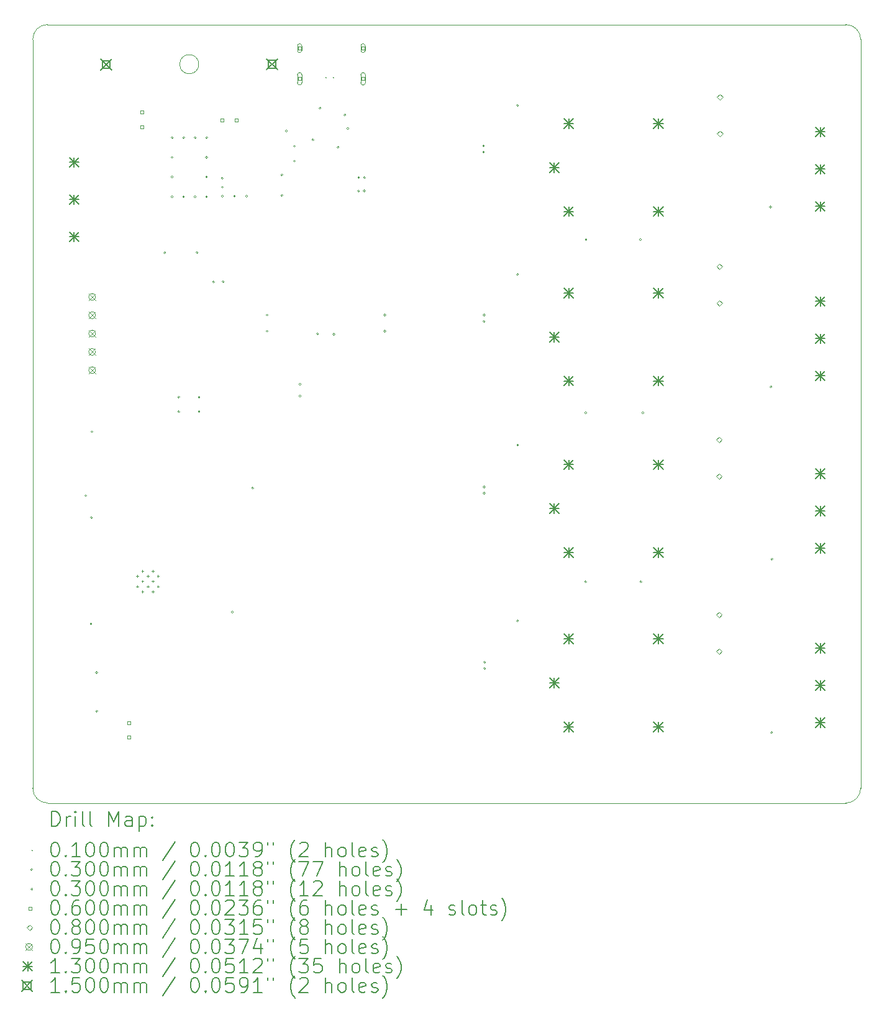
<source format=gbr>
%TF.GenerationSoftware,KiCad,Pcbnew,9.0.2*%
%TF.CreationDate,2025-06-16T21:06:24+01:00*%
%TF.ProjectId,WS2812B_strip_driver_wled,57533238-3132-4425-9f73-747269705f64,rev?*%
%TF.SameCoordinates,Original*%
%TF.FileFunction,Drillmap*%
%TF.FilePolarity,Positive*%
%FSLAX45Y45*%
G04 Gerber Fmt 4.5, Leading zero omitted, Abs format (unit mm)*
G04 Created by KiCad (PCBNEW 9.0.2) date 2025-06-16 21:06:24*
%MOMM*%
%LPD*%
G01*
G04 APERTURE LIST*
%ADD10C,0.050000*%
%ADD11C,0.200000*%
%ADD12C,0.100000*%
%ADD13C,0.130000*%
%ADD14C,0.150000*%
G04 APERTURE END LIST*
D10*
X12600136Y-17809718D02*
X12600333Y-7597000D01*
X12397242Y-7395055D02*
X1516250Y-7395001D01*
X12600136Y-17809908D02*
G75*
G02*
X12399000Y-18012994I-200216J-2852D01*
G01*
X12397241Y-7395050D02*
G75*
G02*
X12600333Y-7597000I2859J-200220D01*
G01*
X1315000Y-7598092D02*
X1315000Y-17810938D01*
X1314864Y-7598092D02*
G75*
G02*
X1516000Y-7395000I200218J2856D01*
G01*
X1518092Y-18012500D02*
X12399000Y-18013000D01*
X1518092Y-18012136D02*
G75*
G02*
X1315000Y-17811000I-2856J200218D01*
G01*
X3577934Y-7936156D02*
G75*
G02*
X3317886Y-7936156I-130024J0D01*
G01*
X3317886Y-7936156D02*
G75*
G02*
X3577934Y-7936156I130024J0D01*
G01*
D11*
D12*
X5305000Y-8111000D02*
X5315000Y-8121000D01*
X5315000Y-8111000D02*
X5305000Y-8121000D01*
X5405000Y-8111000D02*
X5415000Y-8121000D01*
X5415000Y-8111000D02*
X5405000Y-8121000D01*
X2052000Y-13821000D02*
G75*
G02*
X2022000Y-13821000I-15000J0D01*
G01*
X2022000Y-13821000D02*
G75*
G02*
X2052000Y-13821000I15000J0D01*
G01*
X2124000Y-15568000D02*
G75*
G02*
X2094000Y-15568000I-15000J0D01*
G01*
X2094000Y-15568000D02*
G75*
G02*
X2124000Y-15568000I15000J0D01*
G01*
X2130000Y-14119000D02*
G75*
G02*
X2100000Y-14119000I-15000J0D01*
G01*
X2100000Y-14119000D02*
G75*
G02*
X2130000Y-14119000I15000J0D01*
G01*
X2137000Y-12949000D02*
G75*
G02*
X2107000Y-12949000I-15000J0D01*
G01*
X2107000Y-12949000D02*
G75*
G02*
X2137000Y-12949000I15000J0D01*
G01*
X2200000Y-16232500D02*
G75*
G02*
X2170000Y-16232500I-15000J0D01*
G01*
X2170000Y-16232500D02*
G75*
G02*
X2200000Y-16232500I15000J0D01*
G01*
X2202500Y-16762500D02*
G75*
G02*
X2172500Y-16762500I-15000J0D01*
G01*
X2172500Y-16762500D02*
G75*
G02*
X2202500Y-16762500I15000J0D01*
G01*
X3130379Y-10507941D02*
G75*
G02*
X3100379Y-10507941I-15000J0D01*
G01*
X3100379Y-10507941D02*
G75*
G02*
X3130379Y-10507941I15000J0D01*
G01*
X3230000Y-8937500D02*
G75*
G02*
X3200000Y-8937500I-15000J0D01*
G01*
X3200000Y-8937500D02*
G75*
G02*
X3230000Y-8937500I15000J0D01*
G01*
X3230000Y-9206667D02*
G75*
G02*
X3200000Y-9206667I-15000J0D01*
G01*
X3200000Y-9206667D02*
G75*
G02*
X3230000Y-9206667I15000J0D01*
G01*
X3230000Y-9473333D02*
G75*
G02*
X3200000Y-9473333I-15000J0D01*
G01*
X3200000Y-9473333D02*
G75*
G02*
X3230000Y-9473333I15000J0D01*
G01*
X3230000Y-9745000D02*
G75*
G02*
X3200000Y-9745000I-15000J0D01*
G01*
X3200000Y-9745000D02*
G75*
G02*
X3230000Y-9745000I15000J0D01*
G01*
X3319500Y-12477000D02*
G75*
G02*
X3289500Y-12477000I-15000J0D01*
G01*
X3289500Y-12477000D02*
G75*
G02*
X3319500Y-12477000I15000J0D01*
G01*
X3319500Y-12675000D02*
G75*
G02*
X3289500Y-12675000I-15000J0D01*
G01*
X3289500Y-12675000D02*
G75*
G02*
X3319500Y-12675000I15000J0D01*
G01*
X3386667Y-8937500D02*
G75*
G02*
X3356667Y-8937500I-15000J0D01*
G01*
X3356667Y-8937500D02*
G75*
G02*
X3386667Y-8937500I15000J0D01*
G01*
X3386667Y-9745000D02*
G75*
G02*
X3356667Y-9745000I-15000J0D01*
G01*
X3356667Y-9745000D02*
G75*
G02*
X3386667Y-9745000I15000J0D01*
G01*
X3543333Y-8937500D02*
G75*
G02*
X3513333Y-8937500I-15000J0D01*
G01*
X3513333Y-8937500D02*
G75*
G02*
X3543333Y-8937500I15000J0D01*
G01*
X3543333Y-9745000D02*
G75*
G02*
X3513333Y-9745000I-15000J0D01*
G01*
X3513333Y-9745000D02*
G75*
G02*
X3543333Y-9745000I15000J0D01*
G01*
X3569000Y-10504000D02*
G75*
G02*
X3539000Y-10504000I-15000J0D01*
G01*
X3539000Y-10504000D02*
G75*
G02*
X3569000Y-10504000I15000J0D01*
G01*
X3596500Y-12478000D02*
G75*
G02*
X3566500Y-12478000I-15000J0D01*
G01*
X3566500Y-12478000D02*
G75*
G02*
X3596500Y-12478000I15000J0D01*
G01*
X3596500Y-12674000D02*
G75*
G02*
X3566500Y-12674000I-15000J0D01*
G01*
X3566500Y-12674000D02*
G75*
G02*
X3596500Y-12674000I15000J0D01*
G01*
X3700000Y-8937500D02*
G75*
G02*
X3670000Y-8937500I-15000J0D01*
G01*
X3670000Y-8937500D02*
G75*
G02*
X3700000Y-8937500I15000J0D01*
G01*
X3700000Y-9206667D02*
G75*
G02*
X3670000Y-9206667I-15000J0D01*
G01*
X3670000Y-9206667D02*
G75*
G02*
X3700000Y-9206667I15000J0D01*
G01*
X3700000Y-9473333D02*
G75*
G02*
X3670000Y-9473333I-15000J0D01*
G01*
X3670000Y-9473333D02*
G75*
G02*
X3700000Y-9473333I15000J0D01*
G01*
X3700000Y-9745000D02*
G75*
G02*
X3670000Y-9745000I-15000J0D01*
G01*
X3670000Y-9745000D02*
G75*
G02*
X3700000Y-9745000I15000J0D01*
G01*
X3795000Y-10906000D02*
G75*
G02*
X3765000Y-10906000I-15000J0D01*
G01*
X3765000Y-10906000D02*
G75*
G02*
X3795000Y-10906000I15000J0D01*
G01*
X3914000Y-9492000D02*
G75*
G02*
X3884000Y-9492000I-15000J0D01*
G01*
X3884000Y-9492000D02*
G75*
G02*
X3914000Y-9492000I15000J0D01*
G01*
X3914500Y-9613500D02*
G75*
G02*
X3884500Y-9613500I-15000J0D01*
G01*
X3884500Y-9613500D02*
G75*
G02*
X3914500Y-9613500I15000J0D01*
G01*
X3915000Y-9735000D02*
G75*
G02*
X3885000Y-9735000I-15000J0D01*
G01*
X3885000Y-9735000D02*
G75*
G02*
X3915000Y-9735000I15000J0D01*
G01*
X3925000Y-10903000D02*
G75*
G02*
X3895000Y-10903000I-15000J0D01*
G01*
X3895000Y-10903000D02*
G75*
G02*
X3925000Y-10903000I15000J0D01*
G01*
X4051000Y-15409000D02*
G75*
G02*
X4021000Y-15409000I-15000J0D01*
G01*
X4021000Y-15409000D02*
G75*
G02*
X4051000Y-15409000I15000J0D01*
G01*
X4080000Y-9735000D02*
G75*
G02*
X4050000Y-9735000I-15000J0D01*
G01*
X4050000Y-9735000D02*
G75*
G02*
X4080000Y-9735000I15000J0D01*
G01*
X4245000Y-9735000D02*
G75*
G02*
X4215000Y-9735000I-15000J0D01*
G01*
X4215000Y-9735000D02*
G75*
G02*
X4245000Y-9735000I15000J0D01*
G01*
X4328000Y-13716000D02*
G75*
G02*
X4298000Y-13716000I-15000J0D01*
G01*
X4298000Y-13716000D02*
G75*
G02*
X4328000Y-13716000I15000J0D01*
G01*
X4523000Y-11357000D02*
G75*
G02*
X4493000Y-11357000I-15000J0D01*
G01*
X4493000Y-11357000D02*
G75*
G02*
X4523000Y-11357000I15000J0D01*
G01*
X4523000Y-11577000D02*
G75*
G02*
X4493000Y-11577000I-15000J0D01*
G01*
X4493000Y-11577000D02*
G75*
G02*
X4523000Y-11577000I15000J0D01*
G01*
X4725000Y-9725421D02*
G75*
G02*
X4695000Y-9725421I-15000J0D01*
G01*
X4695000Y-9725421D02*
G75*
G02*
X4725000Y-9725421I15000J0D01*
G01*
X4726000Y-9446000D02*
G75*
G02*
X4696000Y-9446000I-15000J0D01*
G01*
X4696000Y-9446000D02*
G75*
G02*
X4726000Y-9446000I15000J0D01*
G01*
X4787000Y-8847000D02*
G75*
G02*
X4757000Y-8847000I-15000J0D01*
G01*
X4757000Y-8847000D02*
G75*
G02*
X4787000Y-8847000I15000J0D01*
G01*
X4897000Y-9054000D02*
G75*
G02*
X4867000Y-9054000I-15000J0D01*
G01*
X4867000Y-9054000D02*
G75*
G02*
X4897000Y-9054000I15000J0D01*
G01*
X4897000Y-9257000D02*
G75*
G02*
X4867000Y-9257000I-15000J0D01*
G01*
X4867000Y-9257000D02*
G75*
G02*
X4897000Y-9257000I15000J0D01*
G01*
X4974000Y-12302000D02*
G75*
G02*
X4944000Y-12302000I-15000J0D01*
G01*
X4944000Y-12302000D02*
G75*
G02*
X4974000Y-12302000I15000J0D01*
G01*
X4974000Y-12462000D02*
G75*
G02*
X4944000Y-12462000I-15000J0D01*
G01*
X4944000Y-12462000D02*
G75*
G02*
X4974000Y-12462000I15000J0D01*
G01*
X5149000Y-8968000D02*
G75*
G02*
X5119000Y-8968000I-15000J0D01*
G01*
X5119000Y-8968000D02*
G75*
G02*
X5149000Y-8968000I15000J0D01*
G01*
X5211000Y-11614000D02*
G75*
G02*
X5181000Y-11614000I-15000J0D01*
G01*
X5181000Y-11614000D02*
G75*
G02*
X5211000Y-11614000I15000J0D01*
G01*
X5247000Y-8535000D02*
G75*
G02*
X5217000Y-8535000I-15000J0D01*
G01*
X5217000Y-8535000D02*
G75*
G02*
X5247000Y-8535000I15000J0D01*
G01*
X5435000Y-11619000D02*
G75*
G02*
X5405000Y-11619000I-15000J0D01*
G01*
X5405000Y-11619000D02*
G75*
G02*
X5435000Y-11619000I15000J0D01*
G01*
X5492000Y-9069000D02*
G75*
G02*
X5462000Y-9069000I-15000J0D01*
G01*
X5462000Y-9069000D02*
G75*
G02*
X5492000Y-9069000I15000J0D01*
G01*
X5584000Y-8628000D02*
G75*
G02*
X5554000Y-8628000I-15000J0D01*
G01*
X5554000Y-8628000D02*
G75*
G02*
X5584000Y-8628000I15000J0D01*
G01*
X5626000Y-8814000D02*
G75*
G02*
X5596000Y-8814000I-15000J0D01*
G01*
X5596000Y-8814000D02*
G75*
G02*
X5626000Y-8814000I15000J0D01*
G01*
X5771007Y-9665053D02*
G75*
G02*
X5741007Y-9665053I-15000J0D01*
G01*
X5741007Y-9665053D02*
G75*
G02*
X5771007Y-9665053I15000J0D01*
G01*
X5772319Y-9482863D02*
G75*
G02*
X5742319Y-9482863I-15000J0D01*
G01*
X5742319Y-9482863D02*
G75*
G02*
X5772319Y-9482863I15000J0D01*
G01*
X5851000Y-9664000D02*
G75*
G02*
X5821000Y-9664000I-15000J0D01*
G01*
X5821000Y-9664000D02*
G75*
G02*
X5851000Y-9664000I15000J0D01*
G01*
X5852319Y-9483001D02*
G75*
G02*
X5822319Y-9483001I-15000J0D01*
G01*
X5822319Y-9483001D02*
G75*
G02*
X5852319Y-9483001I15000J0D01*
G01*
X6128000Y-11577000D02*
G75*
G02*
X6098000Y-11577000I-15000J0D01*
G01*
X6098000Y-11577000D02*
G75*
G02*
X6128000Y-11577000I15000J0D01*
G01*
X6130000Y-11357000D02*
G75*
G02*
X6100000Y-11357000I-15000J0D01*
G01*
X6100000Y-11357000D02*
G75*
G02*
X6130000Y-11357000I15000J0D01*
G01*
X7475000Y-9050950D02*
G75*
G02*
X7445000Y-9050950I-15000J0D01*
G01*
X7445000Y-9050950D02*
G75*
G02*
X7475000Y-9050950I15000J0D01*
G01*
X7475000Y-9135950D02*
G75*
G02*
X7445000Y-9135950I-15000J0D01*
G01*
X7445000Y-9135950D02*
G75*
G02*
X7475000Y-9135950I15000J0D01*
G01*
X7482000Y-11357967D02*
G75*
G02*
X7452000Y-11357967I-15000J0D01*
G01*
X7452000Y-11357967D02*
G75*
G02*
X7482000Y-11357967I15000J0D01*
G01*
X7482000Y-11442967D02*
G75*
G02*
X7452000Y-11442967I-15000J0D01*
G01*
X7452000Y-11442967D02*
G75*
G02*
X7482000Y-11442967I15000J0D01*
G01*
X7482000Y-13701983D02*
G75*
G02*
X7452000Y-13701983I-15000J0D01*
G01*
X7452000Y-13701983D02*
G75*
G02*
X7482000Y-13701983I15000J0D01*
G01*
X7482000Y-13786983D02*
G75*
G02*
X7452000Y-13786983I-15000J0D01*
G01*
X7452000Y-13786983D02*
G75*
G02*
X7482000Y-13786983I15000J0D01*
G01*
X7489000Y-16093000D02*
G75*
G02*
X7459000Y-16093000I-15000J0D01*
G01*
X7459000Y-16093000D02*
G75*
G02*
X7489000Y-16093000I15000J0D01*
G01*
X7489000Y-16178000D02*
G75*
G02*
X7459000Y-16178000I-15000J0D01*
G01*
X7459000Y-16178000D02*
G75*
G02*
X7489000Y-16178000I15000J0D01*
G01*
X7939000Y-10803967D02*
G75*
G02*
X7909000Y-10803967I-15000J0D01*
G01*
X7909000Y-10803967D02*
G75*
G02*
X7939000Y-10803967I15000J0D01*
G01*
X7940000Y-8497950D02*
G75*
G02*
X7910000Y-8497950I-15000J0D01*
G01*
X7910000Y-8497950D02*
G75*
G02*
X7940000Y-8497950I15000J0D01*
G01*
X7940375Y-15529000D02*
G75*
G02*
X7910375Y-15529000I-15000J0D01*
G01*
X7910375Y-15529000D02*
G75*
G02*
X7940375Y-15529000I15000J0D01*
G01*
X7941000Y-13130983D02*
G75*
G02*
X7911000Y-13130983I-15000J0D01*
G01*
X7911000Y-13130983D02*
G75*
G02*
X7941000Y-13130983I15000J0D01*
G01*
X8865000Y-14995000D02*
G75*
G02*
X8835000Y-14995000I-15000J0D01*
G01*
X8835000Y-14995000D02*
G75*
G02*
X8865000Y-14995000I15000J0D01*
G01*
X8867000Y-12690000D02*
G75*
G02*
X8837000Y-12690000I-15000J0D01*
G01*
X8837000Y-12690000D02*
G75*
G02*
X8867000Y-12690000I15000J0D01*
G01*
X8872000Y-10328000D02*
G75*
G02*
X8842000Y-10328000I-15000J0D01*
G01*
X8842000Y-10328000D02*
G75*
G02*
X8872000Y-10328000I15000J0D01*
G01*
X9613000Y-10330000D02*
G75*
G02*
X9583000Y-10330000I-15000J0D01*
G01*
X9583000Y-10330000D02*
G75*
G02*
X9613000Y-10330000I15000J0D01*
G01*
X9618000Y-14995000D02*
G75*
G02*
X9588000Y-14995000I-15000J0D01*
G01*
X9588000Y-14995000D02*
G75*
G02*
X9618000Y-14995000I15000J0D01*
G01*
X9646000Y-12690000D02*
G75*
G02*
X9616000Y-12690000I-15000J0D01*
G01*
X9616000Y-12690000D02*
G75*
G02*
X9646000Y-12690000I15000J0D01*
G01*
X11384871Y-9883759D02*
G75*
G02*
X11354871Y-9883759I-15000J0D01*
G01*
X11354871Y-9883759D02*
G75*
G02*
X11384871Y-9883759I15000J0D01*
G01*
X11394000Y-12336967D02*
G75*
G02*
X11364000Y-12336967I-15000J0D01*
G01*
X11364000Y-12336967D02*
G75*
G02*
X11394000Y-12336967I15000J0D01*
G01*
X11403000Y-17053000D02*
G75*
G02*
X11373000Y-17053000I-15000J0D01*
G01*
X11373000Y-17053000D02*
G75*
G02*
X11403000Y-17053000I15000J0D01*
G01*
X11406000Y-14685983D02*
G75*
G02*
X11376000Y-14685983I-15000J0D01*
G01*
X11376000Y-14685983D02*
G75*
G02*
X11406000Y-14685983I15000J0D01*
G01*
X2741500Y-14903000D02*
X2741500Y-14933000D01*
X2726500Y-14918000D02*
X2756500Y-14918000D01*
X2741500Y-15043000D02*
X2741500Y-15073000D01*
X2726500Y-15058000D02*
X2756500Y-15058000D01*
X2811500Y-14833000D02*
X2811500Y-14863000D01*
X2796500Y-14848000D02*
X2826500Y-14848000D01*
X2811500Y-14973000D02*
X2811500Y-15003000D01*
X2796500Y-14988000D02*
X2826500Y-14988000D01*
X2811500Y-15113000D02*
X2811500Y-15143000D01*
X2796500Y-15128000D02*
X2826500Y-15128000D01*
X2881500Y-14903000D02*
X2881500Y-14933000D01*
X2866500Y-14918000D02*
X2896500Y-14918000D01*
X2881500Y-15043000D02*
X2881500Y-15073000D01*
X2866500Y-15058000D02*
X2896500Y-15058000D01*
X2951500Y-14833000D02*
X2951500Y-14863000D01*
X2936500Y-14848000D02*
X2966500Y-14848000D01*
X2951500Y-14973000D02*
X2951500Y-15003000D01*
X2936500Y-14988000D02*
X2966500Y-14988000D01*
X2951500Y-15113000D02*
X2951500Y-15143000D01*
X2936500Y-15128000D02*
X2966500Y-15128000D01*
X3021500Y-14903000D02*
X3021500Y-14933000D01*
X3006500Y-14918000D02*
X3036500Y-14918000D01*
X3021500Y-15043000D02*
X3021500Y-15073000D01*
X3006500Y-15058000D02*
X3036500Y-15058000D01*
X2645213Y-16938473D02*
X2645213Y-16896047D01*
X2602787Y-16896047D01*
X2602787Y-16938473D01*
X2645213Y-16938473D01*
X2645213Y-17138473D02*
X2645213Y-17096047D01*
X2602787Y-17096047D01*
X2602787Y-17138473D01*
X2645213Y-17138473D01*
X2822213Y-8611733D02*
X2822213Y-8569307D01*
X2779787Y-8569307D01*
X2779787Y-8611733D01*
X2822213Y-8611733D01*
X2822213Y-8811733D02*
X2822213Y-8769307D01*
X2779787Y-8769307D01*
X2779787Y-8811733D01*
X2822213Y-8811733D01*
X3913213Y-8717213D02*
X3913213Y-8674787D01*
X3870787Y-8674787D01*
X3870787Y-8717213D01*
X3913213Y-8717213D01*
X4113213Y-8717213D02*
X4113213Y-8674787D01*
X4070787Y-8674787D01*
X4070787Y-8717213D01*
X4113213Y-8717213D01*
X4974213Y-7738713D02*
X4974213Y-7696287D01*
X4931787Y-7696287D01*
X4931787Y-7738713D01*
X4974213Y-7738713D01*
X4983000Y-7747500D02*
X4983000Y-7687500D01*
X4923000Y-7687500D02*
G75*
G02*
X4983000Y-7687500I30000J0D01*
G01*
X4923000Y-7687500D02*
X4923000Y-7747500D01*
X4923000Y-7747500D02*
G75*
G03*
X4983000Y-7747500I30000J0D01*
G01*
X4974213Y-8156713D02*
X4974213Y-8114287D01*
X4931787Y-8114287D01*
X4931787Y-8156713D01*
X4974213Y-8156713D01*
X4983000Y-8190500D02*
X4983000Y-8080500D01*
X4923000Y-8080500D02*
G75*
G02*
X4983000Y-8080500I30000J0D01*
G01*
X4923000Y-8080500D02*
X4923000Y-8190500D01*
X4923000Y-8190500D02*
G75*
G03*
X4983000Y-8190500I30000J0D01*
G01*
X5838213Y-7738713D02*
X5838213Y-7696287D01*
X5795787Y-7696287D01*
X5795787Y-7738713D01*
X5838213Y-7738713D01*
X5847000Y-7747500D02*
X5847000Y-7687500D01*
X5787000Y-7687500D02*
G75*
G02*
X5847000Y-7687500I30000J0D01*
G01*
X5787000Y-7687500D02*
X5787000Y-7747500D01*
X5787000Y-7747500D02*
G75*
G03*
X5847000Y-7747500I30000J0D01*
G01*
X5838213Y-8156713D02*
X5838213Y-8114287D01*
X5795787Y-8114287D01*
X5795787Y-8156713D01*
X5838213Y-8156713D01*
X5847000Y-8190500D02*
X5847000Y-8080500D01*
X5787000Y-8080500D02*
G75*
G02*
X5847000Y-8080500I30000J0D01*
G01*
X5787000Y-8080500D02*
X5787000Y-8190500D01*
X5787000Y-8190500D02*
G75*
G03*
X5847000Y-8190500I30000J0D01*
G01*
X10669000Y-13098248D02*
X10709000Y-13058248D01*
X10669000Y-13018248D01*
X10629000Y-13058248D01*
X10669000Y-13098248D01*
X10669000Y-13598248D02*
X10709000Y-13558248D01*
X10669000Y-13518248D01*
X10629000Y-13558248D01*
X10669000Y-13598248D01*
X10669000Y-15486000D02*
X10709000Y-15446000D01*
X10669000Y-15406000D01*
X10629000Y-15446000D01*
X10669000Y-15486000D01*
X10669000Y-15986000D02*
X10709000Y-15946000D01*
X10669000Y-15906000D01*
X10629000Y-15946000D01*
X10669000Y-15986000D01*
X10675000Y-10735967D02*
X10715000Y-10695967D01*
X10675000Y-10655967D01*
X10635000Y-10695967D01*
X10675000Y-10735967D01*
X10675000Y-11235967D02*
X10715000Y-11195967D01*
X10675000Y-11155967D01*
X10635000Y-11195967D01*
X10675000Y-11235967D01*
X10682500Y-8424450D02*
X10722500Y-8384450D01*
X10682500Y-8344450D01*
X10642500Y-8384450D01*
X10682500Y-8424450D01*
X10682500Y-8924450D02*
X10722500Y-8884450D01*
X10682500Y-8844450D01*
X10642500Y-8884450D01*
X10682500Y-8924450D01*
X2077500Y-11062500D02*
X2172500Y-11157500D01*
X2172500Y-11062500D02*
X2077500Y-11157500D01*
X2172500Y-11110000D02*
G75*
G02*
X2077500Y-11110000I-47500J0D01*
G01*
X2077500Y-11110000D02*
G75*
G02*
X2172500Y-11110000I47500J0D01*
G01*
X2077500Y-11312500D02*
X2172500Y-11407500D01*
X2172500Y-11312500D02*
X2077500Y-11407500D01*
X2172500Y-11360000D02*
G75*
G02*
X2077500Y-11360000I-47500J0D01*
G01*
X2077500Y-11360000D02*
G75*
G02*
X2172500Y-11360000I47500J0D01*
G01*
X2077500Y-11562500D02*
X2172500Y-11657500D01*
X2172500Y-11562500D02*
X2077500Y-11657500D01*
X2172500Y-11610000D02*
G75*
G02*
X2077500Y-11610000I-47500J0D01*
G01*
X2077500Y-11610000D02*
G75*
G02*
X2172500Y-11610000I47500J0D01*
G01*
X2077500Y-11812500D02*
X2172500Y-11907500D01*
X2172500Y-11812500D02*
X2077500Y-11907500D01*
X2172500Y-11860000D02*
G75*
G02*
X2077500Y-11860000I-47500J0D01*
G01*
X2077500Y-11860000D02*
G75*
G02*
X2172500Y-11860000I47500J0D01*
G01*
X2077500Y-12062500D02*
X2172500Y-12157500D01*
X2172500Y-12062500D02*
X2077500Y-12157500D01*
X2172500Y-12110000D02*
G75*
G02*
X2077500Y-12110000I-47500J0D01*
G01*
X2077500Y-12110000D02*
G75*
G02*
X2172500Y-12110000I47500J0D01*
G01*
D13*
X1815000Y-9208000D02*
X1945000Y-9338000D01*
X1945000Y-9208000D02*
X1815000Y-9338000D01*
X1880000Y-9208000D02*
X1880000Y-9338000D01*
X1815000Y-9273000D02*
X1945000Y-9273000D01*
X1815000Y-9716000D02*
X1945000Y-9846000D01*
X1945000Y-9716000D02*
X1815000Y-9846000D01*
X1880000Y-9716000D02*
X1880000Y-9846000D01*
X1815000Y-9781000D02*
X1945000Y-9781000D01*
X1815000Y-10224000D02*
X1945000Y-10354000D01*
X1945000Y-10224000D02*
X1815000Y-10354000D01*
X1880000Y-10224000D02*
X1880000Y-10354000D01*
X1815000Y-10289000D02*
X1945000Y-10289000D01*
X8357500Y-9279950D02*
X8487500Y-9409950D01*
X8487500Y-9279950D02*
X8357500Y-9409950D01*
X8422500Y-9279950D02*
X8422500Y-9409950D01*
X8357500Y-9344950D02*
X8487500Y-9344950D01*
X8357500Y-11592134D02*
X8487500Y-11722134D01*
X8487500Y-11592134D02*
X8357500Y-11722134D01*
X8422500Y-11592134D02*
X8422500Y-11722134D01*
X8357500Y-11657134D02*
X8487500Y-11657134D01*
X8357500Y-13930692D02*
X8487500Y-14060692D01*
X8487500Y-13930692D02*
X8357500Y-14060692D01*
X8422500Y-13930692D02*
X8422500Y-14060692D01*
X8357500Y-13995692D02*
X8487500Y-13995692D01*
X8357500Y-16308750D02*
X8487500Y-16438750D01*
X8487500Y-16308750D02*
X8357500Y-16438750D01*
X8422500Y-16308750D02*
X8422500Y-16438750D01*
X8357500Y-16373750D02*
X8487500Y-16373750D01*
X8557500Y-8679950D02*
X8687500Y-8809950D01*
X8687500Y-8679950D02*
X8557500Y-8809950D01*
X8622500Y-8679950D02*
X8622500Y-8809950D01*
X8557500Y-8744950D02*
X8687500Y-8744950D01*
X8557500Y-9879950D02*
X8687500Y-10009950D01*
X8687500Y-9879950D02*
X8557500Y-10009950D01*
X8622500Y-9879950D02*
X8622500Y-10009950D01*
X8557500Y-9944950D02*
X8687500Y-9944950D01*
X8557500Y-10992134D02*
X8687500Y-11122134D01*
X8687500Y-10992134D02*
X8557500Y-11122134D01*
X8622500Y-10992134D02*
X8622500Y-11122134D01*
X8557500Y-11057134D02*
X8687500Y-11057134D01*
X8557500Y-12192134D02*
X8687500Y-12322134D01*
X8687500Y-12192134D02*
X8557500Y-12322134D01*
X8622500Y-12192134D02*
X8622500Y-12322134D01*
X8557500Y-12257134D02*
X8687500Y-12257134D01*
X8557500Y-13330692D02*
X8687500Y-13460692D01*
X8687500Y-13330692D02*
X8557500Y-13460692D01*
X8622500Y-13330692D02*
X8622500Y-13460692D01*
X8557500Y-13395692D02*
X8687500Y-13395692D01*
X8557500Y-14530692D02*
X8687500Y-14660692D01*
X8687500Y-14530692D02*
X8557500Y-14660692D01*
X8622500Y-14530692D02*
X8622500Y-14660692D01*
X8557500Y-14595692D02*
X8687500Y-14595692D01*
X8557500Y-15708750D02*
X8687500Y-15838750D01*
X8687500Y-15708750D02*
X8557500Y-15838750D01*
X8622500Y-15708750D02*
X8622500Y-15838750D01*
X8557500Y-15773750D02*
X8687500Y-15773750D01*
X8557500Y-16908750D02*
X8687500Y-17038750D01*
X8687500Y-16908750D02*
X8557500Y-17038750D01*
X8622500Y-16908750D02*
X8622500Y-17038750D01*
X8557500Y-16973750D02*
X8687500Y-16973750D01*
X9777500Y-8679950D02*
X9907500Y-8809950D01*
X9907500Y-8679950D02*
X9777500Y-8809950D01*
X9842500Y-8679950D02*
X9842500Y-8809950D01*
X9777500Y-8744950D02*
X9907500Y-8744950D01*
X9777500Y-9879950D02*
X9907500Y-10009950D01*
X9907500Y-9879950D02*
X9777500Y-10009950D01*
X9842500Y-9879950D02*
X9842500Y-10009950D01*
X9777500Y-9944950D02*
X9907500Y-9944950D01*
X9777500Y-10992134D02*
X9907500Y-11122134D01*
X9907500Y-10992134D02*
X9777500Y-11122134D01*
X9842500Y-10992134D02*
X9842500Y-11122134D01*
X9777500Y-11057134D02*
X9907500Y-11057134D01*
X9777500Y-12192134D02*
X9907500Y-12322134D01*
X9907500Y-12192134D02*
X9777500Y-12322134D01*
X9842500Y-12192134D02*
X9842500Y-12322134D01*
X9777500Y-12257134D02*
X9907500Y-12257134D01*
X9777500Y-13330692D02*
X9907500Y-13460692D01*
X9907500Y-13330692D02*
X9777500Y-13460692D01*
X9842500Y-13330692D02*
X9842500Y-13460692D01*
X9777500Y-13395692D02*
X9907500Y-13395692D01*
X9777500Y-14530692D02*
X9907500Y-14660692D01*
X9907500Y-14530692D02*
X9777500Y-14660692D01*
X9842500Y-14530692D02*
X9842500Y-14660692D01*
X9777500Y-14595692D02*
X9907500Y-14595692D01*
X9777500Y-15708750D02*
X9907500Y-15838750D01*
X9907500Y-15708750D02*
X9777500Y-15838750D01*
X9842500Y-15708750D02*
X9842500Y-15838750D01*
X9777500Y-15773750D02*
X9907500Y-15773750D01*
X9777500Y-16908750D02*
X9907500Y-17038750D01*
X9907500Y-16908750D02*
X9777500Y-17038750D01*
X9842500Y-16908750D02*
X9842500Y-17038750D01*
X9777500Y-16973750D02*
X9907500Y-16973750D01*
X11985000Y-8793450D02*
X12115000Y-8923450D01*
X12115000Y-8793450D02*
X11985000Y-8923450D01*
X12050000Y-8793450D02*
X12050000Y-8923450D01*
X11985000Y-8858450D02*
X12115000Y-8858450D01*
X11985000Y-9301450D02*
X12115000Y-9431450D01*
X12115000Y-9301450D02*
X11985000Y-9431450D01*
X12050000Y-9301450D02*
X12050000Y-9431450D01*
X11985000Y-9366450D02*
X12115000Y-9366450D01*
X11985000Y-9809450D02*
X12115000Y-9939450D01*
X12115000Y-9809450D02*
X11985000Y-9939450D01*
X12050000Y-9809450D02*
X12050000Y-9939450D01*
X11985000Y-9874450D02*
X12115000Y-9874450D01*
X11985000Y-11105634D02*
X12115000Y-11235634D01*
X12115000Y-11105634D02*
X11985000Y-11235634D01*
X12050000Y-11105634D02*
X12050000Y-11235634D01*
X11985000Y-11170634D02*
X12115000Y-11170634D01*
X11985000Y-11613634D02*
X12115000Y-11743634D01*
X12115000Y-11613634D02*
X11985000Y-11743634D01*
X12050000Y-11613634D02*
X12050000Y-11743634D01*
X11985000Y-11678634D02*
X12115000Y-11678634D01*
X11985000Y-12121634D02*
X12115000Y-12251634D01*
X12115000Y-12121634D02*
X11985000Y-12251634D01*
X12050000Y-12121634D02*
X12050000Y-12251634D01*
X11985000Y-12186634D02*
X12115000Y-12186634D01*
X11985000Y-13456442D02*
X12115000Y-13586442D01*
X12115000Y-13456442D02*
X11985000Y-13586442D01*
X12050000Y-13456442D02*
X12050000Y-13586442D01*
X11985000Y-13521442D02*
X12115000Y-13521442D01*
X11985000Y-13964442D02*
X12115000Y-14094442D01*
X12115000Y-13964442D02*
X11985000Y-14094442D01*
X12050000Y-13964442D02*
X12050000Y-14094442D01*
X11985000Y-14029442D02*
X12115000Y-14029442D01*
X11985000Y-14472442D02*
X12115000Y-14602442D01*
X12115000Y-14472442D02*
X11985000Y-14602442D01*
X12050000Y-14472442D02*
X12050000Y-14602442D01*
X11985000Y-14537442D02*
X12115000Y-14537442D01*
X11985000Y-15834500D02*
X12115000Y-15964500D01*
X12115000Y-15834500D02*
X11985000Y-15964500D01*
X12050000Y-15834500D02*
X12050000Y-15964500D01*
X11985000Y-15899500D02*
X12115000Y-15899500D01*
X11985000Y-16342500D02*
X12115000Y-16472500D01*
X12115000Y-16342500D02*
X11985000Y-16472500D01*
X12050000Y-16342500D02*
X12050000Y-16472500D01*
X11985000Y-16407500D02*
X12115000Y-16407500D01*
X11985000Y-16850500D02*
X12115000Y-16980500D01*
X12115000Y-16850500D02*
X11985000Y-16980500D01*
X12050000Y-16850500D02*
X12050000Y-16980500D01*
X11985000Y-16915500D02*
X12115000Y-16915500D01*
D14*
X2240250Y-7864000D02*
X2390250Y-8014000D01*
X2390250Y-7864000D02*
X2240250Y-8014000D01*
X2368284Y-7992033D02*
X2368284Y-7885966D01*
X2262217Y-7885966D01*
X2262217Y-7992033D01*
X2368284Y-7992033D01*
X4500850Y-7861700D02*
X4650850Y-8011700D01*
X4650850Y-7861700D02*
X4500850Y-8011700D01*
X4628884Y-7989733D02*
X4628884Y-7883666D01*
X4522817Y-7883666D01*
X4522817Y-7989733D01*
X4628884Y-7989733D01*
D11*
X1573120Y-18326984D02*
X1573120Y-18126984D01*
X1573120Y-18126984D02*
X1620739Y-18126984D01*
X1620739Y-18126984D02*
X1649311Y-18136508D01*
X1649311Y-18136508D02*
X1668358Y-18155555D01*
X1668358Y-18155555D02*
X1677882Y-18174603D01*
X1677882Y-18174603D02*
X1687406Y-18212698D01*
X1687406Y-18212698D02*
X1687406Y-18241270D01*
X1687406Y-18241270D02*
X1677882Y-18279365D01*
X1677882Y-18279365D02*
X1668358Y-18298412D01*
X1668358Y-18298412D02*
X1649311Y-18317460D01*
X1649311Y-18317460D02*
X1620739Y-18326984D01*
X1620739Y-18326984D02*
X1573120Y-18326984D01*
X1773120Y-18326984D02*
X1773120Y-18193650D01*
X1773120Y-18231746D02*
X1782644Y-18212698D01*
X1782644Y-18212698D02*
X1792168Y-18203174D01*
X1792168Y-18203174D02*
X1811215Y-18193650D01*
X1811215Y-18193650D02*
X1830263Y-18193650D01*
X1896930Y-18326984D02*
X1896930Y-18193650D01*
X1896930Y-18126984D02*
X1887406Y-18136508D01*
X1887406Y-18136508D02*
X1896930Y-18146031D01*
X1896930Y-18146031D02*
X1906454Y-18136508D01*
X1906454Y-18136508D02*
X1896930Y-18126984D01*
X1896930Y-18126984D02*
X1896930Y-18146031D01*
X2020739Y-18326984D02*
X2001692Y-18317460D01*
X2001692Y-18317460D02*
X1992168Y-18298412D01*
X1992168Y-18298412D02*
X1992168Y-18126984D01*
X2125501Y-18326984D02*
X2106454Y-18317460D01*
X2106454Y-18317460D02*
X2096930Y-18298412D01*
X2096930Y-18298412D02*
X2096930Y-18126984D01*
X2354073Y-18326984D02*
X2354073Y-18126984D01*
X2354073Y-18126984D02*
X2420739Y-18269841D01*
X2420739Y-18269841D02*
X2487406Y-18126984D01*
X2487406Y-18126984D02*
X2487406Y-18326984D01*
X2668358Y-18326984D02*
X2668358Y-18222222D01*
X2668358Y-18222222D02*
X2658835Y-18203174D01*
X2658835Y-18203174D02*
X2639787Y-18193650D01*
X2639787Y-18193650D02*
X2601692Y-18193650D01*
X2601692Y-18193650D02*
X2582644Y-18203174D01*
X2668358Y-18317460D02*
X2649311Y-18326984D01*
X2649311Y-18326984D02*
X2601692Y-18326984D01*
X2601692Y-18326984D02*
X2582644Y-18317460D01*
X2582644Y-18317460D02*
X2573120Y-18298412D01*
X2573120Y-18298412D02*
X2573120Y-18279365D01*
X2573120Y-18279365D02*
X2582644Y-18260317D01*
X2582644Y-18260317D02*
X2601692Y-18250793D01*
X2601692Y-18250793D02*
X2649311Y-18250793D01*
X2649311Y-18250793D02*
X2668358Y-18241270D01*
X2763597Y-18193650D02*
X2763597Y-18393650D01*
X2763597Y-18203174D02*
X2782644Y-18193650D01*
X2782644Y-18193650D02*
X2820739Y-18193650D01*
X2820739Y-18193650D02*
X2839787Y-18203174D01*
X2839787Y-18203174D02*
X2849311Y-18212698D01*
X2849311Y-18212698D02*
X2858835Y-18231746D01*
X2858835Y-18231746D02*
X2858835Y-18288889D01*
X2858835Y-18288889D02*
X2849311Y-18307936D01*
X2849311Y-18307936D02*
X2839787Y-18317460D01*
X2839787Y-18317460D02*
X2820739Y-18326984D01*
X2820739Y-18326984D02*
X2782644Y-18326984D01*
X2782644Y-18326984D02*
X2763597Y-18317460D01*
X2944549Y-18307936D02*
X2954073Y-18317460D01*
X2954073Y-18317460D02*
X2944549Y-18326984D01*
X2944549Y-18326984D02*
X2935025Y-18317460D01*
X2935025Y-18317460D02*
X2944549Y-18307936D01*
X2944549Y-18307936D02*
X2944549Y-18326984D01*
X2944549Y-18203174D02*
X2954073Y-18212698D01*
X2954073Y-18212698D02*
X2944549Y-18222222D01*
X2944549Y-18222222D02*
X2935025Y-18212698D01*
X2935025Y-18212698D02*
X2944549Y-18203174D01*
X2944549Y-18203174D02*
X2944549Y-18222222D01*
D12*
X1302344Y-18650500D02*
X1312344Y-18660500D01*
X1312344Y-18650500D02*
X1302344Y-18660500D01*
D11*
X1611215Y-18546984D02*
X1630263Y-18546984D01*
X1630263Y-18546984D02*
X1649311Y-18556508D01*
X1649311Y-18556508D02*
X1658835Y-18566031D01*
X1658835Y-18566031D02*
X1668358Y-18585079D01*
X1668358Y-18585079D02*
X1677882Y-18623174D01*
X1677882Y-18623174D02*
X1677882Y-18670793D01*
X1677882Y-18670793D02*
X1668358Y-18708889D01*
X1668358Y-18708889D02*
X1658835Y-18727936D01*
X1658835Y-18727936D02*
X1649311Y-18737460D01*
X1649311Y-18737460D02*
X1630263Y-18746984D01*
X1630263Y-18746984D02*
X1611215Y-18746984D01*
X1611215Y-18746984D02*
X1592168Y-18737460D01*
X1592168Y-18737460D02*
X1582644Y-18727936D01*
X1582644Y-18727936D02*
X1573120Y-18708889D01*
X1573120Y-18708889D02*
X1563596Y-18670793D01*
X1563596Y-18670793D02*
X1563596Y-18623174D01*
X1563596Y-18623174D02*
X1573120Y-18585079D01*
X1573120Y-18585079D02*
X1582644Y-18566031D01*
X1582644Y-18566031D02*
X1592168Y-18556508D01*
X1592168Y-18556508D02*
X1611215Y-18546984D01*
X1763596Y-18727936D02*
X1773120Y-18737460D01*
X1773120Y-18737460D02*
X1763596Y-18746984D01*
X1763596Y-18746984D02*
X1754073Y-18737460D01*
X1754073Y-18737460D02*
X1763596Y-18727936D01*
X1763596Y-18727936D02*
X1763596Y-18746984D01*
X1963596Y-18746984D02*
X1849311Y-18746984D01*
X1906454Y-18746984D02*
X1906454Y-18546984D01*
X1906454Y-18546984D02*
X1887406Y-18575555D01*
X1887406Y-18575555D02*
X1868358Y-18594603D01*
X1868358Y-18594603D02*
X1849311Y-18604127D01*
X2087406Y-18546984D02*
X2106454Y-18546984D01*
X2106454Y-18546984D02*
X2125501Y-18556508D01*
X2125501Y-18556508D02*
X2135025Y-18566031D01*
X2135025Y-18566031D02*
X2144549Y-18585079D01*
X2144549Y-18585079D02*
X2154073Y-18623174D01*
X2154073Y-18623174D02*
X2154073Y-18670793D01*
X2154073Y-18670793D02*
X2144549Y-18708889D01*
X2144549Y-18708889D02*
X2135025Y-18727936D01*
X2135025Y-18727936D02*
X2125501Y-18737460D01*
X2125501Y-18737460D02*
X2106454Y-18746984D01*
X2106454Y-18746984D02*
X2087406Y-18746984D01*
X2087406Y-18746984D02*
X2068358Y-18737460D01*
X2068358Y-18737460D02*
X2058835Y-18727936D01*
X2058835Y-18727936D02*
X2049311Y-18708889D01*
X2049311Y-18708889D02*
X2039787Y-18670793D01*
X2039787Y-18670793D02*
X2039787Y-18623174D01*
X2039787Y-18623174D02*
X2049311Y-18585079D01*
X2049311Y-18585079D02*
X2058835Y-18566031D01*
X2058835Y-18566031D02*
X2068358Y-18556508D01*
X2068358Y-18556508D02*
X2087406Y-18546984D01*
X2277882Y-18546984D02*
X2296930Y-18546984D01*
X2296930Y-18546984D02*
X2315978Y-18556508D01*
X2315978Y-18556508D02*
X2325501Y-18566031D01*
X2325501Y-18566031D02*
X2335025Y-18585079D01*
X2335025Y-18585079D02*
X2344549Y-18623174D01*
X2344549Y-18623174D02*
X2344549Y-18670793D01*
X2344549Y-18670793D02*
X2335025Y-18708889D01*
X2335025Y-18708889D02*
X2325501Y-18727936D01*
X2325501Y-18727936D02*
X2315978Y-18737460D01*
X2315978Y-18737460D02*
X2296930Y-18746984D01*
X2296930Y-18746984D02*
X2277882Y-18746984D01*
X2277882Y-18746984D02*
X2258835Y-18737460D01*
X2258835Y-18737460D02*
X2249311Y-18727936D01*
X2249311Y-18727936D02*
X2239787Y-18708889D01*
X2239787Y-18708889D02*
X2230263Y-18670793D01*
X2230263Y-18670793D02*
X2230263Y-18623174D01*
X2230263Y-18623174D02*
X2239787Y-18585079D01*
X2239787Y-18585079D02*
X2249311Y-18566031D01*
X2249311Y-18566031D02*
X2258835Y-18556508D01*
X2258835Y-18556508D02*
X2277882Y-18546984D01*
X2430263Y-18746984D02*
X2430263Y-18613650D01*
X2430263Y-18632698D02*
X2439787Y-18623174D01*
X2439787Y-18623174D02*
X2458835Y-18613650D01*
X2458835Y-18613650D02*
X2487406Y-18613650D01*
X2487406Y-18613650D02*
X2506454Y-18623174D01*
X2506454Y-18623174D02*
X2515978Y-18642222D01*
X2515978Y-18642222D02*
X2515978Y-18746984D01*
X2515978Y-18642222D02*
X2525501Y-18623174D01*
X2525501Y-18623174D02*
X2544549Y-18613650D01*
X2544549Y-18613650D02*
X2573120Y-18613650D01*
X2573120Y-18613650D02*
X2592168Y-18623174D01*
X2592168Y-18623174D02*
X2601692Y-18642222D01*
X2601692Y-18642222D02*
X2601692Y-18746984D01*
X2696930Y-18746984D02*
X2696930Y-18613650D01*
X2696930Y-18632698D02*
X2706454Y-18623174D01*
X2706454Y-18623174D02*
X2725501Y-18613650D01*
X2725501Y-18613650D02*
X2754073Y-18613650D01*
X2754073Y-18613650D02*
X2773120Y-18623174D01*
X2773120Y-18623174D02*
X2782644Y-18642222D01*
X2782644Y-18642222D02*
X2782644Y-18746984D01*
X2782644Y-18642222D02*
X2792168Y-18623174D01*
X2792168Y-18623174D02*
X2811216Y-18613650D01*
X2811216Y-18613650D02*
X2839787Y-18613650D01*
X2839787Y-18613650D02*
X2858835Y-18623174D01*
X2858835Y-18623174D02*
X2868358Y-18642222D01*
X2868358Y-18642222D02*
X2868358Y-18746984D01*
X3258835Y-18537460D02*
X3087406Y-18794603D01*
X3515978Y-18546984D02*
X3535025Y-18546984D01*
X3535025Y-18546984D02*
X3554073Y-18556508D01*
X3554073Y-18556508D02*
X3563597Y-18566031D01*
X3563597Y-18566031D02*
X3573120Y-18585079D01*
X3573120Y-18585079D02*
X3582644Y-18623174D01*
X3582644Y-18623174D02*
X3582644Y-18670793D01*
X3582644Y-18670793D02*
X3573120Y-18708889D01*
X3573120Y-18708889D02*
X3563597Y-18727936D01*
X3563597Y-18727936D02*
X3554073Y-18737460D01*
X3554073Y-18737460D02*
X3535025Y-18746984D01*
X3535025Y-18746984D02*
X3515978Y-18746984D01*
X3515978Y-18746984D02*
X3496930Y-18737460D01*
X3496930Y-18737460D02*
X3487406Y-18727936D01*
X3487406Y-18727936D02*
X3477882Y-18708889D01*
X3477882Y-18708889D02*
X3468359Y-18670793D01*
X3468359Y-18670793D02*
X3468359Y-18623174D01*
X3468359Y-18623174D02*
X3477882Y-18585079D01*
X3477882Y-18585079D02*
X3487406Y-18566031D01*
X3487406Y-18566031D02*
X3496930Y-18556508D01*
X3496930Y-18556508D02*
X3515978Y-18546984D01*
X3668359Y-18727936D02*
X3677882Y-18737460D01*
X3677882Y-18737460D02*
X3668359Y-18746984D01*
X3668359Y-18746984D02*
X3658835Y-18737460D01*
X3658835Y-18737460D02*
X3668359Y-18727936D01*
X3668359Y-18727936D02*
X3668359Y-18746984D01*
X3801692Y-18546984D02*
X3820740Y-18546984D01*
X3820740Y-18546984D02*
X3839787Y-18556508D01*
X3839787Y-18556508D02*
X3849311Y-18566031D01*
X3849311Y-18566031D02*
X3858835Y-18585079D01*
X3858835Y-18585079D02*
X3868359Y-18623174D01*
X3868359Y-18623174D02*
X3868359Y-18670793D01*
X3868359Y-18670793D02*
X3858835Y-18708889D01*
X3858835Y-18708889D02*
X3849311Y-18727936D01*
X3849311Y-18727936D02*
X3839787Y-18737460D01*
X3839787Y-18737460D02*
X3820740Y-18746984D01*
X3820740Y-18746984D02*
X3801692Y-18746984D01*
X3801692Y-18746984D02*
X3782644Y-18737460D01*
X3782644Y-18737460D02*
X3773120Y-18727936D01*
X3773120Y-18727936D02*
X3763597Y-18708889D01*
X3763597Y-18708889D02*
X3754073Y-18670793D01*
X3754073Y-18670793D02*
X3754073Y-18623174D01*
X3754073Y-18623174D02*
X3763597Y-18585079D01*
X3763597Y-18585079D02*
X3773120Y-18566031D01*
X3773120Y-18566031D02*
X3782644Y-18556508D01*
X3782644Y-18556508D02*
X3801692Y-18546984D01*
X3992168Y-18546984D02*
X4011216Y-18546984D01*
X4011216Y-18546984D02*
X4030263Y-18556508D01*
X4030263Y-18556508D02*
X4039787Y-18566031D01*
X4039787Y-18566031D02*
X4049311Y-18585079D01*
X4049311Y-18585079D02*
X4058835Y-18623174D01*
X4058835Y-18623174D02*
X4058835Y-18670793D01*
X4058835Y-18670793D02*
X4049311Y-18708889D01*
X4049311Y-18708889D02*
X4039787Y-18727936D01*
X4039787Y-18727936D02*
X4030263Y-18737460D01*
X4030263Y-18737460D02*
X4011216Y-18746984D01*
X4011216Y-18746984D02*
X3992168Y-18746984D01*
X3992168Y-18746984D02*
X3973120Y-18737460D01*
X3973120Y-18737460D02*
X3963597Y-18727936D01*
X3963597Y-18727936D02*
X3954073Y-18708889D01*
X3954073Y-18708889D02*
X3944549Y-18670793D01*
X3944549Y-18670793D02*
X3944549Y-18623174D01*
X3944549Y-18623174D02*
X3954073Y-18585079D01*
X3954073Y-18585079D02*
X3963597Y-18566031D01*
X3963597Y-18566031D02*
X3973120Y-18556508D01*
X3973120Y-18556508D02*
X3992168Y-18546984D01*
X4125501Y-18546984D02*
X4249311Y-18546984D01*
X4249311Y-18546984D02*
X4182644Y-18623174D01*
X4182644Y-18623174D02*
X4211216Y-18623174D01*
X4211216Y-18623174D02*
X4230263Y-18632698D01*
X4230263Y-18632698D02*
X4239787Y-18642222D01*
X4239787Y-18642222D02*
X4249311Y-18661270D01*
X4249311Y-18661270D02*
X4249311Y-18708889D01*
X4249311Y-18708889D02*
X4239787Y-18727936D01*
X4239787Y-18727936D02*
X4230263Y-18737460D01*
X4230263Y-18737460D02*
X4211216Y-18746984D01*
X4211216Y-18746984D02*
X4154073Y-18746984D01*
X4154073Y-18746984D02*
X4135025Y-18737460D01*
X4135025Y-18737460D02*
X4125501Y-18727936D01*
X4344549Y-18746984D02*
X4382644Y-18746984D01*
X4382644Y-18746984D02*
X4401692Y-18737460D01*
X4401692Y-18737460D02*
X4411216Y-18727936D01*
X4411216Y-18727936D02*
X4430263Y-18699365D01*
X4430263Y-18699365D02*
X4439787Y-18661270D01*
X4439787Y-18661270D02*
X4439787Y-18585079D01*
X4439787Y-18585079D02*
X4430263Y-18566031D01*
X4430263Y-18566031D02*
X4420740Y-18556508D01*
X4420740Y-18556508D02*
X4401692Y-18546984D01*
X4401692Y-18546984D02*
X4363597Y-18546984D01*
X4363597Y-18546984D02*
X4344549Y-18556508D01*
X4344549Y-18556508D02*
X4335025Y-18566031D01*
X4335025Y-18566031D02*
X4325502Y-18585079D01*
X4325502Y-18585079D02*
X4325502Y-18632698D01*
X4325502Y-18632698D02*
X4335025Y-18651746D01*
X4335025Y-18651746D02*
X4344549Y-18661270D01*
X4344549Y-18661270D02*
X4363597Y-18670793D01*
X4363597Y-18670793D02*
X4401692Y-18670793D01*
X4401692Y-18670793D02*
X4420740Y-18661270D01*
X4420740Y-18661270D02*
X4430263Y-18651746D01*
X4430263Y-18651746D02*
X4439787Y-18632698D01*
X4515978Y-18546984D02*
X4515978Y-18585079D01*
X4592168Y-18546984D02*
X4592168Y-18585079D01*
X4887406Y-18823174D02*
X4877883Y-18813650D01*
X4877883Y-18813650D02*
X4858835Y-18785079D01*
X4858835Y-18785079D02*
X4849311Y-18766031D01*
X4849311Y-18766031D02*
X4839787Y-18737460D01*
X4839787Y-18737460D02*
X4830264Y-18689841D01*
X4830264Y-18689841D02*
X4830264Y-18651746D01*
X4830264Y-18651746D02*
X4839787Y-18604127D01*
X4839787Y-18604127D02*
X4849311Y-18575555D01*
X4849311Y-18575555D02*
X4858835Y-18556508D01*
X4858835Y-18556508D02*
X4877883Y-18527936D01*
X4877883Y-18527936D02*
X4887406Y-18518412D01*
X4954073Y-18566031D02*
X4963597Y-18556508D01*
X4963597Y-18556508D02*
X4982644Y-18546984D01*
X4982644Y-18546984D02*
X5030264Y-18546984D01*
X5030264Y-18546984D02*
X5049311Y-18556508D01*
X5049311Y-18556508D02*
X5058835Y-18566031D01*
X5058835Y-18566031D02*
X5068359Y-18585079D01*
X5068359Y-18585079D02*
X5068359Y-18604127D01*
X5068359Y-18604127D02*
X5058835Y-18632698D01*
X5058835Y-18632698D02*
X4944549Y-18746984D01*
X4944549Y-18746984D02*
X5068359Y-18746984D01*
X5306454Y-18746984D02*
X5306454Y-18546984D01*
X5392168Y-18746984D02*
X5392168Y-18642222D01*
X5392168Y-18642222D02*
X5382645Y-18623174D01*
X5382645Y-18623174D02*
X5363597Y-18613650D01*
X5363597Y-18613650D02*
X5335025Y-18613650D01*
X5335025Y-18613650D02*
X5315978Y-18623174D01*
X5315978Y-18623174D02*
X5306454Y-18632698D01*
X5515978Y-18746984D02*
X5496930Y-18737460D01*
X5496930Y-18737460D02*
X5487406Y-18727936D01*
X5487406Y-18727936D02*
X5477883Y-18708889D01*
X5477883Y-18708889D02*
X5477883Y-18651746D01*
X5477883Y-18651746D02*
X5487406Y-18632698D01*
X5487406Y-18632698D02*
X5496930Y-18623174D01*
X5496930Y-18623174D02*
X5515978Y-18613650D01*
X5515978Y-18613650D02*
X5544549Y-18613650D01*
X5544549Y-18613650D02*
X5563597Y-18623174D01*
X5563597Y-18623174D02*
X5573121Y-18632698D01*
X5573121Y-18632698D02*
X5582645Y-18651746D01*
X5582645Y-18651746D02*
X5582645Y-18708889D01*
X5582645Y-18708889D02*
X5573121Y-18727936D01*
X5573121Y-18727936D02*
X5563597Y-18737460D01*
X5563597Y-18737460D02*
X5544549Y-18746984D01*
X5544549Y-18746984D02*
X5515978Y-18746984D01*
X5696930Y-18746984D02*
X5677883Y-18737460D01*
X5677883Y-18737460D02*
X5668359Y-18718412D01*
X5668359Y-18718412D02*
X5668359Y-18546984D01*
X5849311Y-18737460D02*
X5830264Y-18746984D01*
X5830264Y-18746984D02*
X5792168Y-18746984D01*
X5792168Y-18746984D02*
X5773121Y-18737460D01*
X5773121Y-18737460D02*
X5763597Y-18718412D01*
X5763597Y-18718412D02*
X5763597Y-18642222D01*
X5763597Y-18642222D02*
X5773121Y-18623174D01*
X5773121Y-18623174D02*
X5792168Y-18613650D01*
X5792168Y-18613650D02*
X5830264Y-18613650D01*
X5830264Y-18613650D02*
X5849311Y-18623174D01*
X5849311Y-18623174D02*
X5858835Y-18642222D01*
X5858835Y-18642222D02*
X5858835Y-18661270D01*
X5858835Y-18661270D02*
X5763597Y-18680317D01*
X5935025Y-18737460D02*
X5954073Y-18746984D01*
X5954073Y-18746984D02*
X5992168Y-18746984D01*
X5992168Y-18746984D02*
X6011216Y-18737460D01*
X6011216Y-18737460D02*
X6020740Y-18718412D01*
X6020740Y-18718412D02*
X6020740Y-18708889D01*
X6020740Y-18708889D02*
X6011216Y-18689841D01*
X6011216Y-18689841D02*
X5992168Y-18680317D01*
X5992168Y-18680317D02*
X5963597Y-18680317D01*
X5963597Y-18680317D02*
X5944549Y-18670793D01*
X5944549Y-18670793D02*
X5935025Y-18651746D01*
X5935025Y-18651746D02*
X5935025Y-18642222D01*
X5935025Y-18642222D02*
X5944549Y-18623174D01*
X5944549Y-18623174D02*
X5963597Y-18613650D01*
X5963597Y-18613650D02*
X5992168Y-18613650D01*
X5992168Y-18613650D02*
X6011216Y-18623174D01*
X6087406Y-18823174D02*
X6096930Y-18813650D01*
X6096930Y-18813650D02*
X6115978Y-18785079D01*
X6115978Y-18785079D02*
X6125502Y-18766031D01*
X6125502Y-18766031D02*
X6135025Y-18737460D01*
X6135025Y-18737460D02*
X6144549Y-18689841D01*
X6144549Y-18689841D02*
X6144549Y-18651746D01*
X6144549Y-18651746D02*
X6135025Y-18604127D01*
X6135025Y-18604127D02*
X6125502Y-18575555D01*
X6125502Y-18575555D02*
X6115978Y-18556508D01*
X6115978Y-18556508D02*
X6096930Y-18527936D01*
X6096930Y-18527936D02*
X6087406Y-18518412D01*
D12*
X1312344Y-18919500D02*
G75*
G02*
X1282344Y-18919500I-15000J0D01*
G01*
X1282344Y-18919500D02*
G75*
G02*
X1312344Y-18919500I15000J0D01*
G01*
D11*
X1611215Y-18810984D02*
X1630263Y-18810984D01*
X1630263Y-18810984D02*
X1649311Y-18820508D01*
X1649311Y-18820508D02*
X1658835Y-18830031D01*
X1658835Y-18830031D02*
X1668358Y-18849079D01*
X1668358Y-18849079D02*
X1677882Y-18887174D01*
X1677882Y-18887174D02*
X1677882Y-18934793D01*
X1677882Y-18934793D02*
X1668358Y-18972889D01*
X1668358Y-18972889D02*
X1658835Y-18991936D01*
X1658835Y-18991936D02*
X1649311Y-19001460D01*
X1649311Y-19001460D02*
X1630263Y-19010984D01*
X1630263Y-19010984D02*
X1611215Y-19010984D01*
X1611215Y-19010984D02*
X1592168Y-19001460D01*
X1592168Y-19001460D02*
X1582644Y-18991936D01*
X1582644Y-18991936D02*
X1573120Y-18972889D01*
X1573120Y-18972889D02*
X1563596Y-18934793D01*
X1563596Y-18934793D02*
X1563596Y-18887174D01*
X1563596Y-18887174D02*
X1573120Y-18849079D01*
X1573120Y-18849079D02*
X1582644Y-18830031D01*
X1582644Y-18830031D02*
X1592168Y-18820508D01*
X1592168Y-18820508D02*
X1611215Y-18810984D01*
X1763596Y-18991936D02*
X1773120Y-19001460D01*
X1773120Y-19001460D02*
X1763596Y-19010984D01*
X1763596Y-19010984D02*
X1754073Y-19001460D01*
X1754073Y-19001460D02*
X1763596Y-18991936D01*
X1763596Y-18991936D02*
X1763596Y-19010984D01*
X1839787Y-18810984D02*
X1963596Y-18810984D01*
X1963596Y-18810984D02*
X1896930Y-18887174D01*
X1896930Y-18887174D02*
X1925501Y-18887174D01*
X1925501Y-18887174D02*
X1944549Y-18896698D01*
X1944549Y-18896698D02*
X1954073Y-18906222D01*
X1954073Y-18906222D02*
X1963596Y-18925270D01*
X1963596Y-18925270D02*
X1963596Y-18972889D01*
X1963596Y-18972889D02*
X1954073Y-18991936D01*
X1954073Y-18991936D02*
X1944549Y-19001460D01*
X1944549Y-19001460D02*
X1925501Y-19010984D01*
X1925501Y-19010984D02*
X1868358Y-19010984D01*
X1868358Y-19010984D02*
X1849311Y-19001460D01*
X1849311Y-19001460D02*
X1839787Y-18991936D01*
X2087406Y-18810984D02*
X2106454Y-18810984D01*
X2106454Y-18810984D02*
X2125501Y-18820508D01*
X2125501Y-18820508D02*
X2135025Y-18830031D01*
X2135025Y-18830031D02*
X2144549Y-18849079D01*
X2144549Y-18849079D02*
X2154073Y-18887174D01*
X2154073Y-18887174D02*
X2154073Y-18934793D01*
X2154073Y-18934793D02*
X2144549Y-18972889D01*
X2144549Y-18972889D02*
X2135025Y-18991936D01*
X2135025Y-18991936D02*
X2125501Y-19001460D01*
X2125501Y-19001460D02*
X2106454Y-19010984D01*
X2106454Y-19010984D02*
X2087406Y-19010984D01*
X2087406Y-19010984D02*
X2068358Y-19001460D01*
X2068358Y-19001460D02*
X2058835Y-18991936D01*
X2058835Y-18991936D02*
X2049311Y-18972889D01*
X2049311Y-18972889D02*
X2039787Y-18934793D01*
X2039787Y-18934793D02*
X2039787Y-18887174D01*
X2039787Y-18887174D02*
X2049311Y-18849079D01*
X2049311Y-18849079D02*
X2058835Y-18830031D01*
X2058835Y-18830031D02*
X2068358Y-18820508D01*
X2068358Y-18820508D02*
X2087406Y-18810984D01*
X2277882Y-18810984D02*
X2296930Y-18810984D01*
X2296930Y-18810984D02*
X2315978Y-18820508D01*
X2315978Y-18820508D02*
X2325501Y-18830031D01*
X2325501Y-18830031D02*
X2335025Y-18849079D01*
X2335025Y-18849079D02*
X2344549Y-18887174D01*
X2344549Y-18887174D02*
X2344549Y-18934793D01*
X2344549Y-18934793D02*
X2335025Y-18972889D01*
X2335025Y-18972889D02*
X2325501Y-18991936D01*
X2325501Y-18991936D02*
X2315978Y-19001460D01*
X2315978Y-19001460D02*
X2296930Y-19010984D01*
X2296930Y-19010984D02*
X2277882Y-19010984D01*
X2277882Y-19010984D02*
X2258835Y-19001460D01*
X2258835Y-19001460D02*
X2249311Y-18991936D01*
X2249311Y-18991936D02*
X2239787Y-18972889D01*
X2239787Y-18972889D02*
X2230263Y-18934793D01*
X2230263Y-18934793D02*
X2230263Y-18887174D01*
X2230263Y-18887174D02*
X2239787Y-18849079D01*
X2239787Y-18849079D02*
X2249311Y-18830031D01*
X2249311Y-18830031D02*
X2258835Y-18820508D01*
X2258835Y-18820508D02*
X2277882Y-18810984D01*
X2430263Y-19010984D02*
X2430263Y-18877650D01*
X2430263Y-18896698D02*
X2439787Y-18887174D01*
X2439787Y-18887174D02*
X2458835Y-18877650D01*
X2458835Y-18877650D02*
X2487406Y-18877650D01*
X2487406Y-18877650D02*
X2506454Y-18887174D01*
X2506454Y-18887174D02*
X2515978Y-18906222D01*
X2515978Y-18906222D02*
X2515978Y-19010984D01*
X2515978Y-18906222D02*
X2525501Y-18887174D01*
X2525501Y-18887174D02*
X2544549Y-18877650D01*
X2544549Y-18877650D02*
X2573120Y-18877650D01*
X2573120Y-18877650D02*
X2592168Y-18887174D01*
X2592168Y-18887174D02*
X2601692Y-18906222D01*
X2601692Y-18906222D02*
X2601692Y-19010984D01*
X2696930Y-19010984D02*
X2696930Y-18877650D01*
X2696930Y-18896698D02*
X2706454Y-18887174D01*
X2706454Y-18887174D02*
X2725501Y-18877650D01*
X2725501Y-18877650D02*
X2754073Y-18877650D01*
X2754073Y-18877650D02*
X2773120Y-18887174D01*
X2773120Y-18887174D02*
X2782644Y-18906222D01*
X2782644Y-18906222D02*
X2782644Y-19010984D01*
X2782644Y-18906222D02*
X2792168Y-18887174D01*
X2792168Y-18887174D02*
X2811216Y-18877650D01*
X2811216Y-18877650D02*
X2839787Y-18877650D01*
X2839787Y-18877650D02*
X2858835Y-18887174D01*
X2858835Y-18887174D02*
X2868358Y-18906222D01*
X2868358Y-18906222D02*
X2868358Y-19010984D01*
X3258835Y-18801460D02*
X3087406Y-19058603D01*
X3515978Y-18810984D02*
X3535025Y-18810984D01*
X3535025Y-18810984D02*
X3554073Y-18820508D01*
X3554073Y-18820508D02*
X3563597Y-18830031D01*
X3563597Y-18830031D02*
X3573120Y-18849079D01*
X3573120Y-18849079D02*
X3582644Y-18887174D01*
X3582644Y-18887174D02*
X3582644Y-18934793D01*
X3582644Y-18934793D02*
X3573120Y-18972889D01*
X3573120Y-18972889D02*
X3563597Y-18991936D01*
X3563597Y-18991936D02*
X3554073Y-19001460D01*
X3554073Y-19001460D02*
X3535025Y-19010984D01*
X3535025Y-19010984D02*
X3515978Y-19010984D01*
X3515978Y-19010984D02*
X3496930Y-19001460D01*
X3496930Y-19001460D02*
X3487406Y-18991936D01*
X3487406Y-18991936D02*
X3477882Y-18972889D01*
X3477882Y-18972889D02*
X3468359Y-18934793D01*
X3468359Y-18934793D02*
X3468359Y-18887174D01*
X3468359Y-18887174D02*
X3477882Y-18849079D01*
X3477882Y-18849079D02*
X3487406Y-18830031D01*
X3487406Y-18830031D02*
X3496930Y-18820508D01*
X3496930Y-18820508D02*
X3515978Y-18810984D01*
X3668359Y-18991936D02*
X3677882Y-19001460D01*
X3677882Y-19001460D02*
X3668359Y-19010984D01*
X3668359Y-19010984D02*
X3658835Y-19001460D01*
X3658835Y-19001460D02*
X3668359Y-18991936D01*
X3668359Y-18991936D02*
X3668359Y-19010984D01*
X3801692Y-18810984D02*
X3820740Y-18810984D01*
X3820740Y-18810984D02*
X3839787Y-18820508D01*
X3839787Y-18820508D02*
X3849311Y-18830031D01*
X3849311Y-18830031D02*
X3858835Y-18849079D01*
X3858835Y-18849079D02*
X3868359Y-18887174D01*
X3868359Y-18887174D02*
X3868359Y-18934793D01*
X3868359Y-18934793D02*
X3858835Y-18972889D01*
X3858835Y-18972889D02*
X3849311Y-18991936D01*
X3849311Y-18991936D02*
X3839787Y-19001460D01*
X3839787Y-19001460D02*
X3820740Y-19010984D01*
X3820740Y-19010984D02*
X3801692Y-19010984D01*
X3801692Y-19010984D02*
X3782644Y-19001460D01*
X3782644Y-19001460D02*
X3773120Y-18991936D01*
X3773120Y-18991936D02*
X3763597Y-18972889D01*
X3763597Y-18972889D02*
X3754073Y-18934793D01*
X3754073Y-18934793D02*
X3754073Y-18887174D01*
X3754073Y-18887174D02*
X3763597Y-18849079D01*
X3763597Y-18849079D02*
X3773120Y-18830031D01*
X3773120Y-18830031D02*
X3782644Y-18820508D01*
X3782644Y-18820508D02*
X3801692Y-18810984D01*
X4058835Y-19010984D02*
X3944549Y-19010984D01*
X4001692Y-19010984D02*
X4001692Y-18810984D01*
X4001692Y-18810984D02*
X3982644Y-18839555D01*
X3982644Y-18839555D02*
X3963597Y-18858603D01*
X3963597Y-18858603D02*
X3944549Y-18868127D01*
X4249311Y-19010984D02*
X4135025Y-19010984D01*
X4192168Y-19010984D02*
X4192168Y-18810984D01*
X4192168Y-18810984D02*
X4173120Y-18839555D01*
X4173120Y-18839555D02*
X4154073Y-18858603D01*
X4154073Y-18858603D02*
X4135025Y-18868127D01*
X4363597Y-18896698D02*
X4344549Y-18887174D01*
X4344549Y-18887174D02*
X4335025Y-18877650D01*
X4335025Y-18877650D02*
X4325502Y-18858603D01*
X4325502Y-18858603D02*
X4325502Y-18849079D01*
X4325502Y-18849079D02*
X4335025Y-18830031D01*
X4335025Y-18830031D02*
X4344549Y-18820508D01*
X4344549Y-18820508D02*
X4363597Y-18810984D01*
X4363597Y-18810984D02*
X4401692Y-18810984D01*
X4401692Y-18810984D02*
X4420740Y-18820508D01*
X4420740Y-18820508D02*
X4430263Y-18830031D01*
X4430263Y-18830031D02*
X4439787Y-18849079D01*
X4439787Y-18849079D02*
X4439787Y-18858603D01*
X4439787Y-18858603D02*
X4430263Y-18877650D01*
X4430263Y-18877650D02*
X4420740Y-18887174D01*
X4420740Y-18887174D02*
X4401692Y-18896698D01*
X4401692Y-18896698D02*
X4363597Y-18896698D01*
X4363597Y-18896698D02*
X4344549Y-18906222D01*
X4344549Y-18906222D02*
X4335025Y-18915746D01*
X4335025Y-18915746D02*
X4325502Y-18934793D01*
X4325502Y-18934793D02*
X4325502Y-18972889D01*
X4325502Y-18972889D02*
X4335025Y-18991936D01*
X4335025Y-18991936D02*
X4344549Y-19001460D01*
X4344549Y-19001460D02*
X4363597Y-19010984D01*
X4363597Y-19010984D02*
X4401692Y-19010984D01*
X4401692Y-19010984D02*
X4420740Y-19001460D01*
X4420740Y-19001460D02*
X4430263Y-18991936D01*
X4430263Y-18991936D02*
X4439787Y-18972889D01*
X4439787Y-18972889D02*
X4439787Y-18934793D01*
X4439787Y-18934793D02*
X4430263Y-18915746D01*
X4430263Y-18915746D02*
X4420740Y-18906222D01*
X4420740Y-18906222D02*
X4401692Y-18896698D01*
X4515978Y-18810984D02*
X4515978Y-18849079D01*
X4592168Y-18810984D02*
X4592168Y-18849079D01*
X4887406Y-19087174D02*
X4877883Y-19077650D01*
X4877883Y-19077650D02*
X4858835Y-19049079D01*
X4858835Y-19049079D02*
X4849311Y-19030031D01*
X4849311Y-19030031D02*
X4839787Y-19001460D01*
X4839787Y-19001460D02*
X4830264Y-18953841D01*
X4830264Y-18953841D02*
X4830264Y-18915746D01*
X4830264Y-18915746D02*
X4839787Y-18868127D01*
X4839787Y-18868127D02*
X4849311Y-18839555D01*
X4849311Y-18839555D02*
X4858835Y-18820508D01*
X4858835Y-18820508D02*
X4877883Y-18791936D01*
X4877883Y-18791936D02*
X4887406Y-18782412D01*
X4944549Y-18810984D02*
X5077883Y-18810984D01*
X5077883Y-18810984D02*
X4992168Y-19010984D01*
X5135025Y-18810984D02*
X5268359Y-18810984D01*
X5268359Y-18810984D02*
X5182644Y-19010984D01*
X5496930Y-19010984D02*
X5496930Y-18810984D01*
X5582645Y-19010984D02*
X5582645Y-18906222D01*
X5582645Y-18906222D02*
X5573121Y-18887174D01*
X5573121Y-18887174D02*
X5554073Y-18877650D01*
X5554073Y-18877650D02*
X5525502Y-18877650D01*
X5525502Y-18877650D02*
X5506454Y-18887174D01*
X5506454Y-18887174D02*
X5496930Y-18896698D01*
X5706454Y-19010984D02*
X5687406Y-19001460D01*
X5687406Y-19001460D02*
X5677883Y-18991936D01*
X5677883Y-18991936D02*
X5668359Y-18972889D01*
X5668359Y-18972889D02*
X5668359Y-18915746D01*
X5668359Y-18915746D02*
X5677883Y-18896698D01*
X5677883Y-18896698D02*
X5687406Y-18887174D01*
X5687406Y-18887174D02*
X5706454Y-18877650D01*
X5706454Y-18877650D02*
X5735025Y-18877650D01*
X5735025Y-18877650D02*
X5754073Y-18887174D01*
X5754073Y-18887174D02*
X5763597Y-18896698D01*
X5763597Y-18896698D02*
X5773121Y-18915746D01*
X5773121Y-18915746D02*
X5773121Y-18972889D01*
X5773121Y-18972889D02*
X5763597Y-18991936D01*
X5763597Y-18991936D02*
X5754073Y-19001460D01*
X5754073Y-19001460D02*
X5735025Y-19010984D01*
X5735025Y-19010984D02*
X5706454Y-19010984D01*
X5887406Y-19010984D02*
X5868359Y-19001460D01*
X5868359Y-19001460D02*
X5858835Y-18982412D01*
X5858835Y-18982412D02*
X5858835Y-18810984D01*
X6039787Y-19001460D02*
X6020740Y-19010984D01*
X6020740Y-19010984D02*
X5982644Y-19010984D01*
X5982644Y-19010984D02*
X5963597Y-19001460D01*
X5963597Y-19001460D02*
X5954073Y-18982412D01*
X5954073Y-18982412D02*
X5954073Y-18906222D01*
X5954073Y-18906222D02*
X5963597Y-18887174D01*
X5963597Y-18887174D02*
X5982644Y-18877650D01*
X5982644Y-18877650D02*
X6020740Y-18877650D01*
X6020740Y-18877650D02*
X6039787Y-18887174D01*
X6039787Y-18887174D02*
X6049311Y-18906222D01*
X6049311Y-18906222D02*
X6049311Y-18925270D01*
X6049311Y-18925270D02*
X5954073Y-18944317D01*
X6125502Y-19001460D02*
X6144549Y-19010984D01*
X6144549Y-19010984D02*
X6182644Y-19010984D01*
X6182644Y-19010984D02*
X6201692Y-19001460D01*
X6201692Y-19001460D02*
X6211216Y-18982412D01*
X6211216Y-18982412D02*
X6211216Y-18972889D01*
X6211216Y-18972889D02*
X6201692Y-18953841D01*
X6201692Y-18953841D02*
X6182644Y-18944317D01*
X6182644Y-18944317D02*
X6154073Y-18944317D01*
X6154073Y-18944317D02*
X6135025Y-18934793D01*
X6135025Y-18934793D02*
X6125502Y-18915746D01*
X6125502Y-18915746D02*
X6125502Y-18906222D01*
X6125502Y-18906222D02*
X6135025Y-18887174D01*
X6135025Y-18887174D02*
X6154073Y-18877650D01*
X6154073Y-18877650D02*
X6182644Y-18877650D01*
X6182644Y-18877650D02*
X6201692Y-18887174D01*
X6277883Y-19087174D02*
X6287406Y-19077650D01*
X6287406Y-19077650D02*
X6306454Y-19049079D01*
X6306454Y-19049079D02*
X6315978Y-19030031D01*
X6315978Y-19030031D02*
X6325502Y-19001460D01*
X6325502Y-19001460D02*
X6335025Y-18953841D01*
X6335025Y-18953841D02*
X6335025Y-18915746D01*
X6335025Y-18915746D02*
X6325502Y-18868127D01*
X6325502Y-18868127D02*
X6315978Y-18839555D01*
X6315978Y-18839555D02*
X6306454Y-18820508D01*
X6306454Y-18820508D02*
X6287406Y-18791936D01*
X6287406Y-18791936D02*
X6277883Y-18782412D01*
D12*
X1297344Y-19168500D02*
X1297344Y-19198500D01*
X1282344Y-19183500D02*
X1312344Y-19183500D01*
D11*
X1611215Y-19074984D02*
X1630263Y-19074984D01*
X1630263Y-19074984D02*
X1649311Y-19084508D01*
X1649311Y-19084508D02*
X1658835Y-19094031D01*
X1658835Y-19094031D02*
X1668358Y-19113079D01*
X1668358Y-19113079D02*
X1677882Y-19151174D01*
X1677882Y-19151174D02*
X1677882Y-19198793D01*
X1677882Y-19198793D02*
X1668358Y-19236889D01*
X1668358Y-19236889D02*
X1658835Y-19255936D01*
X1658835Y-19255936D02*
X1649311Y-19265460D01*
X1649311Y-19265460D02*
X1630263Y-19274984D01*
X1630263Y-19274984D02*
X1611215Y-19274984D01*
X1611215Y-19274984D02*
X1592168Y-19265460D01*
X1592168Y-19265460D02*
X1582644Y-19255936D01*
X1582644Y-19255936D02*
X1573120Y-19236889D01*
X1573120Y-19236889D02*
X1563596Y-19198793D01*
X1563596Y-19198793D02*
X1563596Y-19151174D01*
X1563596Y-19151174D02*
X1573120Y-19113079D01*
X1573120Y-19113079D02*
X1582644Y-19094031D01*
X1582644Y-19094031D02*
X1592168Y-19084508D01*
X1592168Y-19084508D02*
X1611215Y-19074984D01*
X1763596Y-19255936D02*
X1773120Y-19265460D01*
X1773120Y-19265460D02*
X1763596Y-19274984D01*
X1763596Y-19274984D02*
X1754073Y-19265460D01*
X1754073Y-19265460D02*
X1763596Y-19255936D01*
X1763596Y-19255936D02*
X1763596Y-19274984D01*
X1839787Y-19074984D02*
X1963596Y-19074984D01*
X1963596Y-19074984D02*
X1896930Y-19151174D01*
X1896930Y-19151174D02*
X1925501Y-19151174D01*
X1925501Y-19151174D02*
X1944549Y-19160698D01*
X1944549Y-19160698D02*
X1954073Y-19170222D01*
X1954073Y-19170222D02*
X1963596Y-19189270D01*
X1963596Y-19189270D02*
X1963596Y-19236889D01*
X1963596Y-19236889D02*
X1954073Y-19255936D01*
X1954073Y-19255936D02*
X1944549Y-19265460D01*
X1944549Y-19265460D02*
X1925501Y-19274984D01*
X1925501Y-19274984D02*
X1868358Y-19274984D01*
X1868358Y-19274984D02*
X1849311Y-19265460D01*
X1849311Y-19265460D02*
X1839787Y-19255936D01*
X2087406Y-19074984D02*
X2106454Y-19074984D01*
X2106454Y-19074984D02*
X2125501Y-19084508D01*
X2125501Y-19084508D02*
X2135025Y-19094031D01*
X2135025Y-19094031D02*
X2144549Y-19113079D01*
X2144549Y-19113079D02*
X2154073Y-19151174D01*
X2154073Y-19151174D02*
X2154073Y-19198793D01*
X2154073Y-19198793D02*
X2144549Y-19236889D01*
X2144549Y-19236889D02*
X2135025Y-19255936D01*
X2135025Y-19255936D02*
X2125501Y-19265460D01*
X2125501Y-19265460D02*
X2106454Y-19274984D01*
X2106454Y-19274984D02*
X2087406Y-19274984D01*
X2087406Y-19274984D02*
X2068358Y-19265460D01*
X2068358Y-19265460D02*
X2058835Y-19255936D01*
X2058835Y-19255936D02*
X2049311Y-19236889D01*
X2049311Y-19236889D02*
X2039787Y-19198793D01*
X2039787Y-19198793D02*
X2039787Y-19151174D01*
X2039787Y-19151174D02*
X2049311Y-19113079D01*
X2049311Y-19113079D02*
X2058835Y-19094031D01*
X2058835Y-19094031D02*
X2068358Y-19084508D01*
X2068358Y-19084508D02*
X2087406Y-19074984D01*
X2277882Y-19074984D02*
X2296930Y-19074984D01*
X2296930Y-19074984D02*
X2315978Y-19084508D01*
X2315978Y-19084508D02*
X2325501Y-19094031D01*
X2325501Y-19094031D02*
X2335025Y-19113079D01*
X2335025Y-19113079D02*
X2344549Y-19151174D01*
X2344549Y-19151174D02*
X2344549Y-19198793D01*
X2344549Y-19198793D02*
X2335025Y-19236889D01*
X2335025Y-19236889D02*
X2325501Y-19255936D01*
X2325501Y-19255936D02*
X2315978Y-19265460D01*
X2315978Y-19265460D02*
X2296930Y-19274984D01*
X2296930Y-19274984D02*
X2277882Y-19274984D01*
X2277882Y-19274984D02*
X2258835Y-19265460D01*
X2258835Y-19265460D02*
X2249311Y-19255936D01*
X2249311Y-19255936D02*
X2239787Y-19236889D01*
X2239787Y-19236889D02*
X2230263Y-19198793D01*
X2230263Y-19198793D02*
X2230263Y-19151174D01*
X2230263Y-19151174D02*
X2239787Y-19113079D01*
X2239787Y-19113079D02*
X2249311Y-19094031D01*
X2249311Y-19094031D02*
X2258835Y-19084508D01*
X2258835Y-19084508D02*
X2277882Y-19074984D01*
X2430263Y-19274984D02*
X2430263Y-19141650D01*
X2430263Y-19160698D02*
X2439787Y-19151174D01*
X2439787Y-19151174D02*
X2458835Y-19141650D01*
X2458835Y-19141650D02*
X2487406Y-19141650D01*
X2487406Y-19141650D02*
X2506454Y-19151174D01*
X2506454Y-19151174D02*
X2515978Y-19170222D01*
X2515978Y-19170222D02*
X2515978Y-19274984D01*
X2515978Y-19170222D02*
X2525501Y-19151174D01*
X2525501Y-19151174D02*
X2544549Y-19141650D01*
X2544549Y-19141650D02*
X2573120Y-19141650D01*
X2573120Y-19141650D02*
X2592168Y-19151174D01*
X2592168Y-19151174D02*
X2601692Y-19170222D01*
X2601692Y-19170222D02*
X2601692Y-19274984D01*
X2696930Y-19274984D02*
X2696930Y-19141650D01*
X2696930Y-19160698D02*
X2706454Y-19151174D01*
X2706454Y-19151174D02*
X2725501Y-19141650D01*
X2725501Y-19141650D02*
X2754073Y-19141650D01*
X2754073Y-19141650D02*
X2773120Y-19151174D01*
X2773120Y-19151174D02*
X2782644Y-19170222D01*
X2782644Y-19170222D02*
X2782644Y-19274984D01*
X2782644Y-19170222D02*
X2792168Y-19151174D01*
X2792168Y-19151174D02*
X2811216Y-19141650D01*
X2811216Y-19141650D02*
X2839787Y-19141650D01*
X2839787Y-19141650D02*
X2858835Y-19151174D01*
X2858835Y-19151174D02*
X2868358Y-19170222D01*
X2868358Y-19170222D02*
X2868358Y-19274984D01*
X3258835Y-19065460D02*
X3087406Y-19322603D01*
X3515978Y-19074984D02*
X3535025Y-19074984D01*
X3535025Y-19074984D02*
X3554073Y-19084508D01*
X3554073Y-19084508D02*
X3563597Y-19094031D01*
X3563597Y-19094031D02*
X3573120Y-19113079D01*
X3573120Y-19113079D02*
X3582644Y-19151174D01*
X3582644Y-19151174D02*
X3582644Y-19198793D01*
X3582644Y-19198793D02*
X3573120Y-19236889D01*
X3573120Y-19236889D02*
X3563597Y-19255936D01*
X3563597Y-19255936D02*
X3554073Y-19265460D01*
X3554073Y-19265460D02*
X3535025Y-19274984D01*
X3535025Y-19274984D02*
X3515978Y-19274984D01*
X3515978Y-19274984D02*
X3496930Y-19265460D01*
X3496930Y-19265460D02*
X3487406Y-19255936D01*
X3487406Y-19255936D02*
X3477882Y-19236889D01*
X3477882Y-19236889D02*
X3468359Y-19198793D01*
X3468359Y-19198793D02*
X3468359Y-19151174D01*
X3468359Y-19151174D02*
X3477882Y-19113079D01*
X3477882Y-19113079D02*
X3487406Y-19094031D01*
X3487406Y-19094031D02*
X3496930Y-19084508D01*
X3496930Y-19084508D02*
X3515978Y-19074984D01*
X3668359Y-19255936D02*
X3677882Y-19265460D01*
X3677882Y-19265460D02*
X3668359Y-19274984D01*
X3668359Y-19274984D02*
X3658835Y-19265460D01*
X3658835Y-19265460D02*
X3668359Y-19255936D01*
X3668359Y-19255936D02*
X3668359Y-19274984D01*
X3801692Y-19074984D02*
X3820740Y-19074984D01*
X3820740Y-19074984D02*
X3839787Y-19084508D01*
X3839787Y-19084508D02*
X3849311Y-19094031D01*
X3849311Y-19094031D02*
X3858835Y-19113079D01*
X3858835Y-19113079D02*
X3868359Y-19151174D01*
X3868359Y-19151174D02*
X3868359Y-19198793D01*
X3868359Y-19198793D02*
X3858835Y-19236889D01*
X3858835Y-19236889D02*
X3849311Y-19255936D01*
X3849311Y-19255936D02*
X3839787Y-19265460D01*
X3839787Y-19265460D02*
X3820740Y-19274984D01*
X3820740Y-19274984D02*
X3801692Y-19274984D01*
X3801692Y-19274984D02*
X3782644Y-19265460D01*
X3782644Y-19265460D02*
X3773120Y-19255936D01*
X3773120Y-19255936D02*
X3763597Y-19236889D01*
X3763597Y-19236889D02*
X3754073Y-19198793D01*
X3754073Y-19198793D02*
X3754073Y-19151174D01*
X3754073Y-19151174D02*
X3763597Y-19113079D01*
X3763597Y-19113079D02*
X3773120Y-19094031D01*
X3773120Y-19094031D02*
X3782644Y-19084508D01*
X3782644Y-19084508D02*
X3801692Y-19074984D01*
X4058835Y-19274984D02*
X3944549Y-19274984D01*
X4001692Y-19274984D02*
X4001692Y-19074984D01*
X4001692Y-19074984D02*
X3982644Y-19103555D01*
X3982644Y-19103555D02*
X3963597Y-19122603D01*
X3963597Y-19122603D02*
X3944549Y-19132127D01*
X4249311Y-19274984D02*
X4135025Y-19274984D01*
X4192168Y-19274984D02*
X4192168Y-19074984D01*
X4192168Y-19074984D02*
X4173120Y-19103555D01*
X4173120Y-19103555D02*
X4154073Y-19122603D01*
X4154073Y-19122603D02*
X4135025Y-19132127D01*
X4363597Y-19160698D02*
X4344549Y-19151174D01*
X4344549Y-19151174D02*
X4335025Y-19141650D01*
X4335025Y-19141650D02*
X4325502Y-19122603D01*
X4325502Y-19122603D02*
X4325502Y-19113079D01*
X4325502Y-19113079D02*
X4335025Y-19094031D01*
X4335025Y-19094031D02*
X4344549Y-19084508D01*
X4344549Y-19084508D02*
X4363597Y-19074984D01*
X4363597Y-19074984D02*
X4401692Y-19074984D01*
X4401692Y-19074984D02*
X4420740Y-19084508D01*
X4420740Y-19084508D02*
X4430263Y-19094031D01*
X4430263Y-19094031D02*
X4439787Y-19113079D01*
X4439787Y-19113079D02*
X4439787Y-19122603D01*
X4439787Y-19122603D02*
X4430263Y-19141650D01*
X4430263Y-19141650D02*
X4420740Y-19151174D01*
X4420740Y-19151174D02*
X4401692Y-19160698D01*
X4401692Y-19160698D02*
X4363597Y-19160698D01*
X4363597Y-19160698D02*
X4344549Y-19170222D01*
X4344549Y-19170222D02*
X4335025Y-19179746D01*
X4335025Y-19179746D02*
X4325502Y-19198793D01*
X4325502Y-19198793D02*
X4325502Y-19236889D01*
X4325502Y-19236889D02*
X4335025Y-19255936D01*
X4335025Y-19255936D02*
X4344549Y-19265460D01*
X4344549Y-19265460D02*
X4363597Y-19274984D01*
X4363597Y-19274984D02*
X4401692Y-19274984D01*
X4401692Y-19274984D02*
X4420740Y-19265460D01*
X4420740Y-19265460D02*
X4430263Y-19255936D01*
X4430263Y-19255936D02*
X4439787Y-19236889D01*
X4439787Y-19236889D02*
X4439787Y-19198793D01*
X4439787Y-19198793D02*
X4430263Y-19179746D01*
X4430263Y-19179746D02*
X4420740Y-19170222D01*
X4420740Y-19170222D02*
X4401692Y-19160698D01*
X4515978Y-19074984D02*
X4515978Y-19113079D01*
X4592168Y-19074984D02*
X4592168Y-19113079D01*
X4887406Y-19351174D02*
X4877883Y-19341650D01*
X4877883Y-19341650D02*
X4858835Y-19313079D01*
X4858835Y-19313079D02*
X4849311Y-19294031D01*
X4849311Y-19294031D02*
X4839787Y-19265460D01*
X4839787Y-19265460D02*
X4830264Y-19217841D01*
X4830264Y-19217841D02*
X4830264Y-19179746D01*
X4830264Y-19179746D02*
X4839787Y-19132127D01*
X4839787Y-19132127D02*
X4849311Y-19103555D01*
X4849311Y-19103555D02*
X4858835Y-19084508D01*
X4858835Y-19084508D02*
X4877883Y-19055936D01*
X4877883Y-19055936D02*
X4887406Y-19046412D01*
X5068359Y-19274984D02*
X4954073Y-19274984D01*
X5011216Y-19274984D02*
X5011216Y-19074984D01*
X5011216Y-19074984D02*
X4992168Y-19103555D01*
X4992168Y-19103555D02*
X4973121Y-19122603D01*
X4973121Y-19122603D02*
X4954073Y-19132127D01*
X5144549Y-19094031D02*
X5154073Y-19084508D01*
X5154073Y-19084508D02*
X5173121Y-19074984D01*
X5173121Y-19074984D02*
X5220740Y-19074984D01*
X5220740Y-19074984D02*
X5239787Y-19084508D01*
X5239787Y-19084508D02*
X5249311Y-19094031D01*
X5249311Y-19094031D02*
X5258835Y-19113079D01*
X5258835Y-19113079D02*
X5258835Y-19132127D01*
X5258835Y-19132127D02*
X5249311Y-19160698D01*
X5249311Y-19160698D02*
X5135025Y-19274984D01*
X5135025Y-19274984D02*
X5258835Y-19274984D01*
X5496930Y-19274984D02*
X5496930Y-19074984D01*
X5582645Y-19274984D02*
X5582645Y-19170222D01*
X5582645Y-19170222D02*
X5573121Y-19151174D01*
X5573121Y-19151174D02*
X5554073Y-19141650D01*
X5554073Y-19141650D02*
X5525502Y-19141650D01*
X5525502Y-19141650D02*
X5506454Y-19151174D01*
X5506454Y-19151174D02*
X5496930Y-19160698D01*
X5706454Y-19274984D02*
X5687406Y-19265460D01*
X5687406Y-19265460D02*
X5677883Y-19255936D01*
X5677883Y-19255936D02*
X5668359Y-19236889D01*
X5668359Y-19236889D02*
X5668359Y-19179746D01*
X5668359Y-19179746D02*
X5677883Y-19160698D01*
X5677883Y-19160698D02*
X5687406Y-19151174D01*
X5687406Y-19151174D02*
X5706454Y-19141650D01*
X5706454Y-19141650D02*
X5735025Y-19141650D01*
X5735025Y-19141650D02*
X5754073Y-19151174D01*
X5754073Y-19151174D02*
X5763597Y-19160698D01*
X5763597Y-19160698D02*
X5773121Y-19179746D01*
X5773121Y-19179746D02*
X5773121Y-19236889D01*
X5773121Y-19236889D02*
X5763597Y-19255936D01*
X5763597Y-19255936D02*
X5754073Y-19265460D01*
X5754073Y-19265460D02*
X5735025Y-19274984D01*
X5735025Y-19274984D02*
X5706454Y-19274984D01*
X5887406Y-19274984D02*
X5868359Y-19265460D01*
X5868359Y-19265460D02*
X5858835Y-19246412D01*
X5858835Y-19246412D02*
X5858835Y-19074984D01*
X6039787Y-19265460D02*
X6020740Y-19274984D01*
X6020740Y-19274984D02*
X5982644Y-19274984D01*
X5982644Y-19274984D02*
X5963597Y-19265460D01*
X5963597Y-19265460D02*
X5954073Y-19246412D01*
X5954073Y-19246412D02*
X5954073Y-19170222D01*
X5954073Y-19170222D02*
X5963597Y-19151174D01*
X5963597Y-19151174D02*
X5982644Y-19141650D01*
X5982644Y-19141650D02*
X6020740Y-19141650D01*
X6020740Y-19141650D02*
X6039787Y-19151174D01*
X6039787Y-19151174D02*
X6049311Y-19170222D01*
X6049311Y-19170222D02*
X6049311Y-19189270D01*
X6049311Y-19189270D02*
X5954073Y-19208317D01*
X6125502Y-19265460D02*
X6144549Y-19274984D01*
X6144549Y-19274984D02*
X6182644Y-19274984D01*
X6182644Y-19274984D02*
X6201692Y-19265460D01*
X6201692Y-19265460D02*
X6211216Y-19246412D01*
X6211216Y-19246412D02*
X6211216Y-19236889D01*
X6211216Y-19236889D02*
X6201692Y-19217841D01*
X6201692Y-19217841D02*
X6182644Y-19208317D01*
X6182644Y-19208317D02*
X6154073Y-19208317D01*
X6154073Y-19208317D02*
X6135025Y-19198793D01*
X6135025Y-19198793D02*
X6125502Y-19179746D01*
X6125502Y-19179746D02*
X6125502Y-19170222D01*
X6125502Y-19170222D02*
X6135025Y-19151174D01*
X6135025Y-19151174D02*
X6154073Y-19141650D01*
X6154073Y-19141650D02*
X6182644Y-19141650D01*
X6182644Y-19141650D02*
X6201692Y-19151174D01*
X6277883Y-19351174D02*
X6287406Y-19341650D01*
X6287406Y-19341650D02*
X6306454Y-19313079D01*
X6306454Y-19313079D02*
X6315978Y-19294031D01*
X6315978Y-19294031D02*
X6325502Y-19265460D01*
X6325502Y-19265460D02*
X6335025Y-19217841D01*
X6335025Y-19217841D02*
X6335025Y-19179746D01*
X6335025Y-19179746D02*
X6325502Y-19132127D01*
X6325502Y-19132127D02*
X6315978Y-19103555D01*
X6315978Y-19103555D02*
X6306454Y-19084508D01*
X6306454Y-19084508D02*
X6287406Y-19055936D01*
X6287406Y-19055936D02*
X6277883Y-19046412D01*
D12*
X1303557Y-19468713D02*
X1303557Y-19426287D01*
X1261130Y-19426287D01*
X1261130Y-19468713D01*
X1303557Y-19468713D01*
D11*
X1611215Y-19338984D02*
X1630263Y-19338984D01*
X1630263Y-19338984D02*
X1649311Y-19348508D01*
X1649311Y-19348508D02*
X1658835Y-19358031D01*
X1658835Y-19358031D02*
X1668358Y-19377079D01*
X1668358Y-19377079D02*
X1677882Y-19415174D01*
X1677882Y-19415174D02*
X1677882Y-19462793D01*
X1677882Y-19462793D02*
X1668358Y-19500889D01*
X1668358Y-19500889D02*
X1658835Y-19519936D01*
X1658835Y-19519936D02*
X1649311Y-19529460D01*
X1649311Y-19529460D02*
X1630263Y-19538984D01*
X1630263Y-19538984D02*
X1611215Y-19538984D01*
X1611215Y-19538984D02*
X1592168Y-19529460D01*
X1592168Y-19529460D02*
X1582644Y-19519936D01*
X1582644Y-19519936D02*
X1573120Y-19500889D01*
X1573120Y-19500889D02*
X1563596Y-19462793D01*
X1563596Y-19462793D02*
X1563596Y-19415174D01*
X1563596Y-19415174D02*
X1573120Y-19377079D01*
X1573120Y-19377079D02*
X1582644Y-19358031D01*
X1582644Y-19358031D02*
X1592168Y-19348508D01*
X1592168Y-19348508D02*
X1611215Y-19338984D01*
X1763596Y-19519936D02*
X1773120Y-19529460D01*
X1773120Y-19529460D02*
X1763596Y-19538984D01*
X1763596Y-19538984D02*
X1754073Y-19529460D01*
X1754073Y-19529460D02*
X1763596Y-19519936D01*
X1763596Y-19519936D02*
X1763596Y-19538984D01*
X1944549Y-19338984D02*
X1906454Y-19338984D01*
X1906454Y-19338984D02*
X1887406Y-19348508D01*
X1887406Y-19348508D02*
X1877882Y-19358031D01*
X1877882Y-19358031D02*
X1858835Y-19386603D01*
X1858835Y-19386603D02*
X1849311Y-19424698D01*
X1849311Y-19424698D02*
X1849311Y-19500889D01*
X1849311Y-19500889D02*
X1858835Y-19519936D01*
X1858835Y-19519936D02*
X1868358Y-19529460D01*
X1868358Y-19529460D02*
X1887406Y-19538984D01*
X1887406Y-19538984D02*
X1925501Y-19538984D01*
X1925501Y-19538984D02*
X1944549Y-19529460D01*
X1944549Y-19529460D02*
X1954073Y-19519936D01*
X1954073Y-19519936D02*
X1963596Y-19500889D01*
X1963596Y-19500889D02*
X1963596Y-19453270D01*
X1963596Y-19453270D02*
X1954073Y-19434222D01*
X1954073Y-19434222D02*
X1944549Y-19424698D01*
X1944549Y-19424698D02*
X1925501Y-19415174D01*
X1925501Y-19415174D02*
X1887406Y-19415174D01*
X1887406Y-19415174D02*
X1868358Y-19424698D01*
X1868358Y-19424698D02*
X1858835Y-19434222D01*
X1858835Y-19434222D02*
X1849311Y-19453270D01*
X2087406Y-19338984D02*
X2106454Y-19338984D01*
X2106454Y-19338984D02*
X2125501Y-19348508D01*
X2125501Y-19348508D02*
X2135025Y-19358031D01*
X2135025Y-19358031D02*
X2144549Y-19377079D01*
X2144549Y-19377079D02*
X2154073Y-19415174D01*
X2154073Y-19415174D02*
X2154073Y-19462793D01*
X2154073Y-19462793D02*
X2144549Y-19500889D01*
X2144549Y-19500889D02*
X2135025Y-19519936D01*
X2135025Y-19519936D02*
X2125501Y-19529460D01*
X2125501Y-19529460D02*
X2106454Y-19538984D01*
X2106454Y-19538984D02*
X2087406Y-19538984D01*
X2087406Y-19538984D02*
X2068358Y-19529460D01*
X2068358Y-19529460D02*
X2058835Y-19519936D01*
X2058835Y-19519936D02*
X2049311Y-19500889D01*
X2049311Y-19500889D02*
X2039787Y-19462793D01*
X2039787Y-19462793D02*
X2039787Y-19415174D01*
X2039787Y-19415174D02*
X2049311Y-19377079D01*
X2049311Y-19377079D02*
X2058835Y-19358031D01*
X2058835Y-19358031D02*
X2068358Y-19348508D01*
X2068358Y-19348508D02*
X2087406Y-19338984D01*
X2277882Y-19338984D02*
X2296930Y-19338984D01*
X2296930Y-19338984D02*
X2315978Y-19348508D01*
X2315978Y-19348508D02*
X2325501Y-19358031D01*
X2325501Y-19358031D02*
X2335025Y-19377079D01*
X2335025Y-19377079D02*
X2344549Y-19415174D01*
X2344549Y-19415174D02*
X2344549Y-19462793D01*
X2344549Y-19462793D02*
X2335025Y-19500889D01*
X2335025Y-19500889D02*
X2325501Y-19519936D01*
X2325501Y-19519936D02*
X2315978Y-19529460D01*
X2315978Y-19529460D02*
X2296930Y-19538984D01*
X2296930Y-19538984D02*
X2277882Y-19538984D01*
X2277882Y-19538984D02*
X2258835Y-19529460D01*
X2258835Y-19529460D02*
X2249311Y-19519936D01*
X2249311Y-19519936D02*
X2239787Y-19500889D01*
X2239787Y-19500889D02*
X2230263Y-19462793D01*
X2230263Y-19462793D02*
X2230263Y-19415174D01*
X2230263Y-19415174D02*
X2239787Y-19377079D01*
X2239787Y-19377079D02*
X2249311Y-19358031D01*
X2249311Y-19358031D02*
X2258835Y-19348508D01*
X2258835Y-19348508D02*
X2277882Y-19338984D01*
X2430263Y-19538984D02*
X2430263Y-19405650D01*
X2430263Y-19424698D02*
X2439787Y-19415174D01*
X2439787Y-19415174D02*
X2458835Y-19405650D01*
X2458835Y-19405650D02*
X2487406Y-19405650D01*
X2487406Y-19405650D02*
X2506454Y-19415174D01*
X2506454Y-19415174D02*
X2515978Y-19434222D01*
X2515978Y-19434222D02*
X2515978Y-19538984D01*
X2515978Y-19434222D02*
X2525501Y-19415174D01*
X2525501Y-19415174D02*
X2544549Y-19405650D01*
X2544549Y-19405650D02*
X2573120Y-19405650D01*
X2573120Y-19405650D02*
X2592168Y-19415174D01*
X2592168Y-19415174D02*
X2601692Y-19434222D01*
X2601692Y-19434222D02*
X2601692Y-19538984D01*
X2696930Y-19538984D02*
X2696930Y-19405650D01*
X2696930Y-19424698D02*
X2706454Y-19415174D01*
X2706454Y-19415174D02*
X2725501Y-19405650D01*
X2725501Y-19405650D02*
X2754073Y-19405650D01*
X2754073Y-19405650D02*
X2773120Y-19415174D01*
X2773120Y-19415174D02*
X2782644Y-19434222D01*
X2782644Y-19434222D02*
X2782644Y-19538984D01*
X2782644Y-19434222D02*
X2792168Y-19415174D01*
X2792168Y-19415174D02*
X2811216Y-19405650D01*
X2811216Y-19405650D02*
X2839787Y-19405650D01*
X2839787Y-19405650D02*
X2858835Y-19415174D01*
X2858835Y-19415174D02*
X2868358Y-19434222D01*
X2868358Y-19434222D02*
X2868358Y-19538984D01*
X3258835Y-19329460D02*
X3087406Y-19586603D01*
X3515978Y-19338984D02*
X3535025Y-19338984D01*
X3535025Y-19338984D02*
X3554073Y-19348508D01*
X3554073Y-19348508D02*
X3563597Y-19358031D01*
X3563597Y-19358031D02*
X3573120Y-19377079D01*
X3573120Y-19377079D02*
X3582644Y-19415174D01*
X3582644Y-19415174D02*
X3582644Y-19462793D01*
X3582644Y-19462793D02*
X3573120Y-19500889D01*
X3573120Y-19500889D02*
X3563597Y-19519936D01*
X3563597Y-19519936D02*
X3554073Y-19529460D01*
X3554073Y-19529460D02*
X3535025Y-19538984D01*
X3535025Y-19538984D02*
X3515978Y-19538984D01*
X3515978Y-19538984D02*
X3496930Y-19529460D01*
X3496930Y-19529460D02*
X3487406Y-19519936D01*
X3487406Y-19519936D02*
X3477882Y-19500889D01*
X3477882Y-19500889D02*
X3468359Y-19462793D01*
X3468359Y-19462793D02*
X3468359Y-19415174D01*
X3468359Y-19415174D02*
X3477882Y-19377079D01*
X3477882Y-19377079D02*
X3487406Y-19358031D01*
X3487406Y-19358031D02*
X3496930Y-19348508D01*
X3496930Y-19348508D02*
X3515978Y-19338984D01*
X3668359Y-19519936D02*
X3677882Y-19529460D01*
X3677882Y-19529460D02*
X3668359Y-19538984D01*
X3668359Y-19538984D02*
X3658835Y-19529460D01*
X3658835Y-19529460D02*
X3668359Y-19519936D01*
X3668359Y-19519936D02*
X3668359Y-19538984D01*
X3801692Y-19338984D02*
X3820740Y-19338984D01*
X3820740Y-19338984D02*
X3839787Y-19348508D01*
X3839787Y-19348508D02*
X3849311Y-19358031D01*
X3849311Y-19358031D02*
X3858835Y-19377079D01*
X3858835Y-19377079D02*
X3868359Y-19415174D01*
X3868359Y-19415174D02*
X3868359Y-19462793D01*
X3868359Y-19462793D02*
X3858835Y-19500889D01*
X3858835Y-19500889D02*
X3849311Y-19519936D01*
X3849311Y-19519936D02*
X3839787Y-19529460D01*
X3839787Y-19529460D02*
X3820740Y-19538984D01*
X3820740Y-19538984D02*
X3801692Y-19538984D01*
X3801692Y-19538984D02*
X3782644Y-19529460D01*
X3782644Y-19529460D02*
X3773120Y-19519936D01*
X3773120Y-19519936D02*
X3763597Y-19500889D01*
X3763597Y-19500889D02*
X3754073Y-19462793D01*
X3754073Y-19462793D02*
X3754073Y-19415174D01*
X3754073Y-19415174D02*
X3763597Y-19377079D01*
X3763597Y-19377079D02*
X3773120Y-19358031D01*
X3773120Y-19358031D02*
X3782644Y-19348508D01*
X3782644Y-19348508D02*
X3801692Y-19338984D01*
X3944549Y-19358031D02*
X3954073Y-19348508D01*
X3954073Y-19348508D02*
X3973120Y-19338984D01*
X3973120Y-19338984D02*
X4020740Y-19338984D01*
X4020740Y-19338984D02*
X4039787Y-19348508D01*
X4039787Y-19348508D02*
X4049311Y-19358031D01*
X4049311Y-19358031D02*
X4058835Y-19377079D01*
X4058835Y-19377079D02*
X4058835Y-19396127D01*
X4058835Y-19396127D02*
X4049311Y-19424698D01*
X4049311Y-19424698D02*
X3935025Y-19538984D01*
X3935025Y-19538984D02*
X4058835Y-19538984D01*
X4125501Y-19338984D02*
X4249311Y-19338984D01*
X4249311Y-19338984D02*
X4182644Y-19415174D01*
X4182644Y-19415174D02*
X4211216Y-19415174D01*
X4211216Y-19415174D02*
X4230263Y-19424698D01*
X4230263Y-19424698D02*
X4239787Y-19434222D01*
X4239787Y-19434222D02*
X4249311Y-19453270D01*
X4249311Y-19453270D02*
X4249311Y-19500889D01*
X4249311Y-19500889D02*
X4239787Y-19519936D01*
X4239787Y-19519936D02*
X4230263Y-19529460D01*
X4230263Y-19529460D02*
X4211216Y-19538984D01*
X4211216Y-19538984D02*
X4154073Y-19538984D01*
X4154073Y-19538984D02*
X4135025Y-19529460D01*
X4135025Y-19529460D02*
X4125501Y-19519936D01*
X4420740Y-19338984D02*
X4382644Y-19338984D01*
X4382644Y-19338984D02*
X4363597Y-19348508D01*
X4363597Y-19348508D02*
X4354073Y-19358031D01*
X4354073Y-19358031D02*
X4335025Y-19386603D01*
X4335025Y-19386603D02*
X4325502Y-19424698D01*
X4325502Y-19424698D02*
X4325502Y-19500889D01*
X4325502Y-19500889D02*
X4335025Y-19519936D01*
X4335025Y-19519936D02*
X4344549Y-19529460D01*
X4344549Y-19529460D02*
X4363597Y-19538984D01*
X4363597Y-19538984D02*
X4401692Y-19538984D01*
X4401692Y-19538984D02*
X4420740Y-19529460D01*
X4420740Y-19529460D02*
X4430263Y-19519936D01*
X4430263Y-19519936D02*
X4439787Y-19500889D01*
X4439787Y-19500889D02*
X4439787Y-19453270D01*
X4439787Y-19453270D02*
X4430263Y-19434222D01*
X4430263Y-19434222D02*
X4420740Y-19424698D01*
X4420740Y-19424698D02*
X4401692Y-19415174D01*
X4401692Y-19415174D02*
X4363597Y-19415174D01*
X4363597Y-19415174D02*
X4344549Y-19424698D01*
X4344549Y-19424698D02*
X4335025Y-19434222D01*
X4335025Y-19434222D02*
X4325502Y-19453270D01*
X4515978Y-19338984D02*
X4515978Y-19377079D01*
X4592168Y-19338984D02*
X4592168Y-19377079D01*
X4887406Y-19615174D02*
X4877883Y-19605650D01*
X4877883Y-19605650D02*
X4858835Y-19577079D01*
X4858835Y-19577079D02*
X4849311Y-19558031D01*
X4849311Y-19558031D02*
X4839787Y-19529460D01*
X4839787Y-19529460D02*
X4830264Y-19481841D01*
X4830264Y-19481841D02*
X4830264Y-19443746D01*
X4830264Y-19443746D02*
X4839787Y-19396127D01*
X4839787Y-19396127D02*
X4849311Y-19367555D01*
X4849311Y-19367555D02*
X4858835Y-19348508D01*
X4858835Y-19348508D02*
X4877883Y-19319936D01*
X4877883Y-19319936D02*
X4887406Y-19310412D01*
X5049311Y-19338984D02*
X5011216Y-19338984D01*
X5011216Y-19338984D02*
X4992168Y-19348508D01*
X4992168Y-19348508D02*
X4982644Y-19358031D01*
X4982644Y-19358031D02*
X4963597Y-19386603D01*
X4963597Y-19386603D02*
X4954073Y-19424698D01*
X4954073Y-19424698D02*
X4954073Y-19500889D01*
X4954073Y-19500889D02*
X4963597Y-19519936D01*
X4963597Y-19519936D02*
X4973121Y-19529460D01*
X4973121Y-19529460D02*
X4992168Y-19538984D01*
X4992168Y-19538984D02*
X5030264Y-19538984D01*
X5030264Y-19538984D02*
X5049311Y-19529460D01*
X5049311Y-19529460D02*
X5058835Y-19519936D01*
X5058835Y-19519936D02*
X5068359Y-19500889D01*
X5068359Y-19500889D02*
X5068359Y-19453270D01*
X5068359Y-19453270D02*
X5058835Y-19434222D01*
X5058835Y-19434222D02*
X5049311Y-19424698D01*
X5049311Y-19424698D02*
X5030264Y-19415174D01*
X5030264Y-19415174D02*
X4992168Y-19415174D01*
X4992168Y-19415174D02*
X4973121Y-19424698D01*
X4973121Y-19424698D02*
X4963597Y-19434222D01*
X4963597Y-19434222D02*
X4954073Y-19453270D01*
X5306454Y-19538984D02*
X5306454Y-19338984D01*
X5392168Y-19538984D02*
X5392168Y-19434222D01*
X5392168Y-19434222D02*
X5382645Y-19415174D01*
X5382645Y-19415174D02*
X5363597Y-19405650D01*
X5363597Y-19405650D02*
X5335025Y-19405650D01*
X5335025Y-19405650D02*
X5315978Y-19415174D01*
X5315978Y-19415174D02*
X5306454Y-19424698D01*
X5515978Y-19538984D02*
X5496930Y-19529460D01*
X5496930Y-19529460D02*
X5487406Y-19519936D01*
X5487406Y-19519936D02*
X5477883Y-19500889D01*
X5477883Y-19500889D02*
X5477883Y-19443746D01*
X5477883Y-19443746D02*
X5487406Y-19424698D01*
X5487406Y-19424698D02*
X5496930Y-19415174D01*
X5496930Y-19415174D02*
X5515978Y-19405650D01*
X5515978Y-19405650D02*
X5544549Y-19405650D01*
X5544549Y-19405650D02*
X5563597Y-19415174D01*
X5563597Y-19415174D02*
X5573121Y-19424698D01*
X5573121Y-19424698D02*
X5582645Y-19443746D01*
X5582645Y-19443746D02*
X5582645Y-19500889D01*
X5582645Y-19500889D02*
X5573121Y-19519936D01*
X5573121Y-19519936D02*
X5563597Y-19529460D01*
X5563597Y-19529460D02*
X5544549Y-19538984D01*
X5544549Y-19538984D02*
X5515978Y-19538984D01*
X5696930Y-19538984D02*
X5677883Y-19529460D01*
X5677883Y-19529460D02*
X5668359Y-19510412D01*
X5668359Y-19510412D02*
X5668359Y-19338984D01*
X5849311Y-19529460D02*
X5830264Y-19538984D01*
X5830264Y-19538984D02*
X5792168Y-19538984D01*
X5792168Y-19538984D02*
X5773121Y-19529460D01*
X5773121Y-19529460D02*
X5763597Y-19510412D01*
X5763597Y-19510412D02*
X5763597Y-19434222D01*
X5763597Y-19434222D02*
X5773121Y-19415174D01*
X5773121Y-19415174D02*
X5792168Y-19405650D01*
X5792168Y-19405650D02*
X5830264Y-19405650D01*
X5830264Y-19405650D02*
X5849311Y-19415174D01*
X5849311Y-19415174D02*
X5858835Y-19434222D01*
X5858835Y-19434222D02*
X5858835Y-19453270D01*
X5858835Y-19453270D02*
X5763597Y-19472317D01*
X5935025Y-19529460D02*
X5954073Y-19538984D01*
X5954073Y-19538984D02*
X5992168Y-19538984D01*
X5992168Y-19538984D02*
X6011216Y-19529460D01*
X6011216Y-19529460D02*
X6020740Y-19510412D01*
X6020740Y-19510412D02*
X6020740Y-19500889D01*
X6020740Y-19500889D02*
X6011216Y-19481841D01*
X6011216Y-19481841D02*
X5992168Y-19472317D01*
X5992168Y-19472317D02*
X5963597Y-19472317D01*
X5963597Y-19472317D02*
X5944549Y-19462793D01*
X5944549Y-19462793D02*
X5935025Y-19443746D01*
X5935025Y-19443746D02*
X5935025Y-19434222D01*
X5935025Y-19434222D02*
X5944549Y-19415174D01*
X5944549Y-19415174D02*
X5963597Y-19405650D01*
X5963597Y-19405650D02*
X5992168Y-19405650D01*
X5992168Y-19405650D02*
X6011216Y-19415174D01*
X6258835Y-19462793D02*
X6411216Y-19462793D01*
X6335026Y-19538984D02*
X6335026Y-19386603D01*
X6744549Y-19405650D02*
X6744549Y-19538984D01*
X6696930Y-19329460D02*
X6649311Y-19472317D01*
X6649311Y-19472317D02*
X6773121Y-19472317D01*
X6992168Y-19529460D02*
X7011216Y-19538984D01*
X7011216Y-19538984D02*
X7049311Y-19538984D01*
X7049311Y-19538984D02*
X7068359Y-19529460D01*
X7068359Y-19529460D02*
X7077883Y-19510412D01*
X7077883Y-19510412D02*
X7077883Y-19500889D01*
X7077883Y-19500889D02*
X7068359Y-19481841D01*
X7068359Y-19481841D02*
X7049311Y-19472317D01*
X7049311Y-19472317D02*
X7020740Y-19472317D01*
X7020740Y-19472317D02*
X7001692Y-19462793D01*
X7001692Y-19462793D02*
X6992168Y-19443746D01*
X6992168Y-19443746D02*
X6992168Y-19434222D01*
X6992168Y-19434222D02*
X7001692Y-19415174D01*
X7001692Y-19415174D02*
X7020740Y-19405650D01*
X7020740Y-19405650D02*
X7049311Y-19405650D01*
X7049311Y-19405650D02*
X7068359Y-19415174D01*
X7192168Y-19538984D02*
X7173121Y-19529460D01*
X7173121Y-19529460D02*
X7163597Y-19510412D01*
X7163597Y-19510412D02*
X7163597Y-19338984D01*
X7296930Y-19538984D02*
X7277883Y-19529460D01*
X7277883Y-19529460D02*
X7268359Y-19519936D01*
X7268359Y-19519936D02*
X7258835Y-19500889D01*
X7258835Y-19500889D02*
X7258835Y-19443746D01*
X7258835Y-19443746D02*
X7268359Y-19424698D01*
X7268359Y-19424698D02*
X7277883Y-19415174D01*
X7277883Y-19415174D02*
X7296930Y-19405650D01*
X7296930Y-19405650D02*
X7325502Y-19405650D01*
X7325502Y-19405650D02*
X7344549Y-19415174D01*
X7344549Y-19415174D02*
X7354073Y-19424698D01*
X7354073Y-19424698D02*
X7363597Y-19443746D01*
X7363597Y-19443746D02*
X7363597Y-19500889D01*
X7363597Y-19500889D02*
X7354073Y-19519936D01*
X7354073Y-19519936D02*
X7344549Y-19529460D01*
X7344549Y-19529460D02*
X7325502Y-19538984D01*
X7325502Y-19538984D02*
X7296930Y-19538984D01*
X7420740Y-19405650D02*
X7496930Y-19405650D01*
X7449311Y-19338984D02*
X7449311Y-19510412D01*
X7449311Y-19510412D02*
X7458835Y-19529460D01*
X7458835Y-19529460D02*
X7477883Y-19538984D01*
X7477883Y-19538984D02*
X7496930Y-19538984D01*
X7554073Y-19529460D02*
X7573121Y-19538984D01*
X7573121Y-19538984D02*
X7611216Y-19538984D01*
X7611216Y-19538984D02*
X7630264Y-19529460D01*
X7630264Y-19529460D02*
X7639788Y-19510412D01*
X7639788Y-19510412D02*
X7639788Y-19500889D01*
X7639788Y-19500889D02*
X7630264Y-19481841D01*
X7630264Y-19481841D02*
X7611216Y-19472317D01*
X7611216Y-19472317D02*
X7582645Y-19472317D01*
X7582645Y-19472317D02*
X7563597Y-19462793D01*
X7563597Y-19462793D02*
X7554073Y-19443746D01*
X7554073Y-19443746D02*
X7554073Y-19434222D01*
X7554073Y-19434222D02*
X7563597Y-19415174D01*
X7563597Y-19415174D02*
X7582645Y-19405650D01*
X7582645Y-19405650D02*
X7611216Y-19405650D01*
X7611216Y-19405650D02*
X7630264Y-19415174D01*
X7706454Y-19615174D02*
X7715978Y-19605650D01*
X7715978Y-19605650D02*
X7735026Y-19577079D01*
X7735026Y-19577079D02*
X7744549Y-19558031D01*
X7744549Y-19558031D02*
X7754073Y-19529460D01*
X7754073Y-19529460D02*
X7763597Y-19481841D01*
X7763597Y-19481841D02*
X7763597Y-19443746D01*
X7763597Y-19443746D02*
X7754073Y-19396127D01*
X7754073Y-19396127D02*
X7744549Y-19367555D01*
X7744549Y-19367555D02*
X7735026Y-19348508D01*
X7735026Y-19348508D02*
X7715978Y-19319936D01*
X7715978Y-19319936D02*
X7706454Y-19310412D01*
D12*
X1272344Y-19751500D02*
X1312344Y-19711500D01*
X1272344Y-19671500D01*
X1232344Y-19711500D01*
X1272344Y-19751500D01*
D11*
X1611215Y-19602984D02*
X1630263Y-19602984D01*
X1630263Y-19602984D02*
X1649311Y-19612508D01*
X1649311Y-19612508D02*
X1658835Y-19622031D01*
X1658835Y-19622031D02*
X1668358Y-19641079D01*
X1668358Y-19641079D02*
X1677882Y-19679174D01*
X1677882Y-19679174D02*
X1677882Y-19726793D01*
X1677882Y-19726793D02*
X1668358Y-19764889D01*
X1668358Y-19764889D02*
X1658835Y-19783936D01*
X1658835Y-19783936D02*
X1649311Y-19793460D01*
X1649311Y-19793460D02*
X1630263Y-19802984D01*
X1630263Y-19802984D02*
X1611215Y-19802984D01*
X1611215Y-19802984D02*
X1592168Y-19793460D01*
X1592168Y-19793460D02*
X1582644Y-19783936D01*
X1582644Y-19783936D02*
X1573120Y-19764889D01*
X1573120Y-19764889D02*
X1563596Y-19726793D01*
X1563596Y-19726793D02*
X1563596Y-19679174D01*
X1563596Y-19679174D02*
X1573120Y-19641079D01*
X1573120Y-19641079D02*
X1582644Y-19622031D01*
X1582644Y-19622031D02*
X1592168Y-19612508D01*
X1592168Y-19612508D02*
X1611215Y-19602984D01*
X1763596Y-19783936D02*
X1773120Y-19793460D01*
X1773120Y-19793460D02*
X1763596Y-19802984D01*
X1763596Y-19802984D02*
X1754073Y-19793460D01*
X1754073Y-19793460D02*
X1763596Y-19783936D01*
X1763596Y-19783936D02*
X1763596Y-19802984D01*
X1887406Y-19688698D02*
X1868358Y-19679174D01*
X1868358Y-19679174D02*
X1858835Y-19669650D01*
X1858835Y-19669650D02*
X1849311Y-19650603D01*
X1849311Y-19650603D02*
X1849311Y-19641079D01*
X1849311Y-19641079D02*
X1858835Y-19622031D01*
X1858835Y-19622031D02*
X1868358Y-19612508D01*
X1868358Y-19612508D02*
X1887406Y-19602984D01*
X1887406Y-19602984D02*
X1925501Y-19602984D01*
X1925501Y-19602984D02*
X1944549Y-19612508D01*
X1944549Y-19612508D02*
X1954073Y-19622031D01*
X1954073Y-19622031D02*
X1963596Y-19641079D01*
X1963596Y-19641079D02*
X1963596Y-19650603D01*
X1963596Y-19650603D02*
X1954073Y-19669650D01*
X1954073Y-19669650D02*
X1944549Y-19679174D01*
X1944549Y-19679174D02*
X1925501Y-19688698D01*
X1925501Y-19688698D02*
X1887406Y-19688698D01*
X1887406Y-19688698D02*
X1868358Y-19698222D01*
X1868358Y-19698222D02*
X1858835Y-19707746D01*
X1858835Y-19707746D02*
X1849311Y-19726793D01*
X1849311Y-19726793D02*
X1849311Y-19764889D01*
X1849311Y-19764889D02*
X1858835Y-19783936D01*
X1858835Y-19783936D02*
X1868358Y-19793460D01*
X1868358Y-19793460D02*
X1887406Y-19802984D01*
X1887406Y-19802984D02*
X1925501Y-19802984D01*
X1925501Y-19802984D02*
X1944549Y-19793460D01*
X1944549Y-19793460D02*
X1954073Y-19783936D01*
X1954073Y-19783936D02*
X1963596Y-19764889D01*
X1963596Y-19764889D02*
X1963596Y-19726793D01*
X1963596Y-19726793D02*
X1954073Y-19707746D01*
X1954073Y-19707746D02*
X1944549Y-19698222D01*
X1944549Y-19698222D02*
X1925501Y-19688698D01*
X2087406Y-19602984D02*
X2106454Y-19602984D01*
X2106454Y-19602984D02*
X2125501Y-19612508D01*
X2125501Y-19612508D02*
X2135025Y-19622031D01*
X2135025Y-19622031D02*
X2144549Y-19641079D01*
X2144549Y-19641079D02*
X2154073Y-19679174D01*
X2154073Y-19679174D02*
X2154073Y-19726793D01*
X2154073Y-19726793D02*
X2144549Y-19764889D01*
X2144549Y-19764889D02*
X2135025Y-19783936D01*
X2135025Y-19783936D02*
X2125501Y-19793460D01*
X2125501Y-19793460D02*
X2106454Y-19802984D01*
X2106454Y-19802984D02*
X2087406Y-19802984D01*
X2087406Y-19802984D02*
X2068358Y-19793460D01*
X2068358Y-19793460D02*
X2058835Y-19783936D01*
X2058835Y-19783936D02*
X2049311Y-19764889D01*
X2049311Y-19764889D02*
X2039787Y-19726793D01*
X2039787Y-19726793D02*
X2039787Y-19679174D01*
X2039787Y-19679174D02*
X2049311Y-19641079D01*
X2049311Y-19641079D02*
X2058835Y-19622031D01*
X2058835Y-19622031D02*
X2068358Y-19612508D01*
X2068358Y-19612508D02*
X2087406Y-19602984D01*
X2277882Y-19602984D02*
X2296930Y-19602984D01*
X2296930Y-19602984D02*
X2315978Y-19612508D01*
X2315978Y-19612508D02*
X2325501Y-19622031D01*
X2325501Y-19622031D02*
X2335025Y-19641079D01*
X2335025Y-19641079D02*
X2344549Y-19679174D01*
X2344549Y-19679174D02*
X2344549Y-19726793D01*
X2344549Y-19726793D02*
X2335025Y-19764889D01*
X2335025Y-19764889D02*
X2325501Y-19783936D01*
X2325501Y-19783936D02*
X2315978Y-19793460D01*
X2315978Y-19793460D02*
X2296930Y-19802984D01*
X2296930Y-19802984D02*
X2277882Y-19802984D01*
X2277882Y-19802984D02*
X2258835Y-19793460D01*
X2258835Y-19793460D02*
X2249311Y-19783936D01*
X2249311Y-19783936D02*
X2239787Y-19764889D01*
X2239787Y-19764889D02*
X2230263Y-19726793D01*
X2230263Y-19726793D02*
X2230263Y-19679174D01*
X2230263Y-19679174D02*
X2239787Y-19641079D01*
X2239787Y-19641079D02*
X2249311Y-19622031D01*
X2249311Y-19622031D02*
X2258835Y-19612508D01*
X2258835Y-19612508D02*
X2277882Y-19602984D01*
X2430263Y-19802984D02*
X2430263Y-19669650D01*
X2430263Y-19688698D02*
X2439787Y-19679174D01*
X2439787Y-19679174D02*
X2458835Y-19669650D01*
X2458835Y-19669650D02*
X2487406Y-19669650D01*
X2487406Y-19669650D02*
X2506454Y-19679174D01*
X2506454Y-19679174D02*
X2515978Y-19698222D01*
X2515978Y-19698222D02*
X2515978Y-19802984D01*
X2515978Y-19698222D02*
X2525501Y-19679174D01*
X2525501Y-19679174D02*
X2544549Y-19669650D01*
X2544549Y-19669650D02*
X2573120Y-19669650D01*
X2573120Y-19669650D02*
X2592168Y-19679174D01*
X2592168Y-19679174D02*
X2601692Y-19698222D01*
X2601692Y-19698222D02*
X2601692Y-19802984D01*
X2696930Y-19802984D02*
X2696930Y-19669650D01*
X2696930Y-19688698D02*
X2706454Y-19679174D01*
X2706454Y-19679174D02*
X2725501Y-19669650D01*
X2725501Y-19669650D02*
X2754073Y-19669650D01*
X2754073Y-19669650D02*
X2773120Y-19679174D01*
X2773120Y-19679174D02*
X2782644Y-19698222D01*
X2782644Y-19698222D02*
X2782644Y-19802984D01*
X2782644Y-19698222D02*
X2792168Y-19679174D01*
X2792168Y-19679174D02*
X2811216Y-19669650D01*
X2811216Y-19669650D02*
X2839787Y-19669650D01*
X2839787Y-19669650D02*
X2858835Y-19679174D01*
X2858835Y-19679174D02*
X2868358Y-19698222D01*
X2868358Y-19698222D02*
X2868358Y-19802984D01*
X3258835Y-19593460D02*
X3087406Y-19850603D01*
X3515978Y-19602984D02*
X3535025Y-19602984D01*
X3535025Y-19602984D02*
X3554073Y-19612508D01*
X3554073Y-19612508D02*
X3563597Y-19622031D01*
X3563597Y-19622031D02*
X3573120Y-19641079D01*
X3573120Y-19641079D02*
X3582644Y-19679174D01*
X3582644Y-19679174D02*
X3582644Y-19726793D01*
X3582644Y-19726793D02*
X3573120Y-19764889D01*
X3573120Y-19764889D02*
X3563597Y-19783936D01*
X3563597Y-19783936D02*
X3554073Y-19793460D01*
X3554073Y-19793460D02*
X3535025Y-19802984D01*
X3535025Y-19802984D02*
X3515978Y-19802984D01*
X3515978Y-19802984D02*
X3496930Y-19793460D01*
X3496930Y-19793460D02*
X3487406Y-19783936D01*
X3487406Y-19783936D02*
X3477882Y-19764889D01*
X3477882Y-19764889D02*
X3468359Y-19726793D01*
X3468359Y-19726793D02*
X3468359Y-19679174D01*
X3468359Y-19679174D02*
X3477882Y-19641079D01*
X3477882Y-19641079D02*
X3487406Y-19622031D01*
X3487406Y-19622031D02*
X3496930Y-19612508D01*
X3496930Y-19612508D02*
X3515978Y-19602984D01*
X3668359Y-19783936D02*
X3677882Y-19793460D01*
X3677882Y-19793460D02*
X3668359Y-19802984D01*
X3668359Y-19802984D02*
X3658835Y-19793460D01*
X3658835Y-19793460D02*
X3668359Y-19783936D01*
X3668359Y-19783936D02*
X3668359Y-19802984D01*
X3801692Y-19602984D02*
X3820740Y-19602984D01*
X3820740Y-19602984D02*
X3839787Y-19612508D01*
X3839787Y-19612508D02*
X3849311Y-19622031D01*
X3849311Y-19622031D02*
X3858835Y-19641079D01*
X3858835Y-19641079D02*
X3868359Y-19679174D01*
X3868359Y-19679174D02*
X3868359Y-19726793D01*
X3868359Y-19726793D02*
X3858835Y-19764889D01*
X3858835Y-19764889D02*
X3849311Y-19783936D01*
X3849311Y-19783936D02*
X3839787Y-19793460D01*
X3839787Y-19793460D02*
X3820740Y-19802984D01*
X3820740Y-19802984D02*
X3801692Y-19802984D01*
X3801692Y-19802984D02*
X3782644Y-19793460D01*
X3782644Y-19793460D02*
X3773120Y-19783936D01*
X3773120Y-19783936D02*
X3763597Y-19764889D01*
X3763597Y-19764889D02*
X3754073Y-19726793D01*
X3754073Y-19726793D02*
X3754073Y-19679174D01*
X3754073Y-19679174D02*
X3763597Y-19641079D01*
X3763597Y-19641079D02*
X3773120Y-19622031D01*
X3773120Y-19622031D02*
X3782644Y-19612508D01*
X3782644Y-19612508D02*
X3801692Y-19602984D01*
X3935025Y-19602984D02*
X4058835Y-19602984D01*
X4058835Y-19602984D02*
X3992168Y-19679174D01*
X3992168Y-19679174D02*
X4020740Y-19679174D01*
X4020740Y-19679174D02*
X4039787Y-19688698D01*
X4039787Y-19688698D02*
X4049311Y-19698222D01*
X4049311Y-19698222D02*
X4058835Y-19717270D01*
X4058835Y-19717270D02*
X4058835Y-19764889D01*
X4058835Y-19764889D02*
X4049311Y-19783936D01*
X4049311Y-19783936D02*
X4039787Y-19793460D01*
X4039787Y-19793460D02*
X4020740Y-19802984D01*
X4020740Y-19802984D02*
X3963597Y-19802984D01*
X3963597Y-19802984D02*
X3944549Y-19793460D01*
X3944549Y-19793460D02*
X3935025Y-19783936D01*
X4249311Y-19802984D02*
X4135025Y-19802984D01*
X4192168Y-19802984D02*
X4192168Y-19602984D01*
X4192168Y-19602984D02*
X4173120Y-19631555D01*
X4173120Y-19631555D02*
X4154073Y-19650603D01*
X4154073Y-19650603D02*
X4135025Y-19660127D01*
X4430263Y-19602984D02*
X4335025Y-19602984D01*
X4335025Y-19602984D02*
X4325502Y-19698222D01*
X4325502Y-19698222D02*
X4335025Y-19688698D01*
X4335025Y-19688698D02*
X4354073Y-19679174D01*
X4354073Y-19679174D02*
X4401692Y-19679174D01*
X4401692Y-19679174D02*
X4420740Y-19688698D01*
X4420740Y-19688698D02*
X4430263Y-19698222D01*
X4430263Y-19698222D02*
X4439787Y-19717270D01*
X4439787Y-19717270D02*
X4439787Y-19764889D01*
X4439787Y-19764889D02*
X4430263Y-19783936D01*
X4430263Y-19783936D02*
X4420740Y-19793460D01*
X4420740Y-19793460D02*
X4401692Y-19802984D01*
X4401692Y-19802984D02*
X4354073Y-19802984D01*
X4354073Y-19802984D02*
X4335025Y-19793460D01*
X4335025Y-19793460D02*
X4325502Y-19783936D01*
X4515978Y-19602984D02*
X4515978Y-19641079D01*
X4592168Y-19602984D02*
X4592168Y-19641079D01*
X4887406Y-19879174D02*
X4877883Y-19869650D01*
X4877883Y-19869650D02*
X4858835Y-19841079D01*
X4858835Y-19841079D02*
X4849311Y-19822031D01*
X4849311Y-19822031D02*
X4839787Y-19793460D01*
X4839787Y-19793460D02*
X4830264Y-19745841D01*
X4830264Y-19745841D02*
X4830264Y-19707746D01*
X4830264Y-19707746D02*
X4839787Y-19660127D01*
X4839787Y-19660127D02*
X4849311Y-19631555D01*
X4849311Y-19631555D02*
X4858835Y-19612508D01*
X4858835Y-19612508D02*
X4877883Y-19583936D01*
X4877883Y-19583936D02*
X4887406Y-19574412D01*
X4992168Y-19688698D02*
X4973121Y-19679174D01*
X4973121Y-19679174D02*
X4963597Y-19669650D01*
X4963597Y-19669650D02*
X4954073Y-19650603D01*
X4954073Y-19650603D02*
X4954073Y-19641079D01*
X4954073Y-19641079D02*
X4963597Y-19622031D01*
X4963597Y-19622031D02*
X4973121Y-19612508D01*
X4973121Y-19612508D02*
X4992168Y-19602984D01*
X4992168Y-19602984D02*
X5030264Y-19602984D01*
X5030264Y-19602984D02*
X5049311Y-19612508D01*
X5049311Y-19612508D02*
X5058835Y-19622031D01*
X5058835Y-19622031D02*
X5068359Y-19641079D01*
X5068359Y-19641079D02*
X5068359Y-19650603D01*
X5068359Y-19650603D02*
X5058835Y-19669650D01*
X5058835Y-19669650D02*
X5049311Y-19679174D01*
X5049311Y-19679174D02*
X5030264Y-19688698D01*
X5030264Y-19688698D02*
X4992168Y-19688698D01*
X4992168Y-19688698D02*
X4973121Y-19698222D01*
X4973121Y-19698222D02*
X4963597Y-19707746D01*
X4963597Y-19707746D02*
X4954073Y-19726793D01*
X4954073Y-19726793D02*
X4954073Y-19764889D01*
X4954073Y-19764889D02*
X4963597Y-19783936D01*
X4963597Y-19783936D02*
X4973121Y-19793460D01*
X4973121Y-19793460D02*
X4992168Y-19802984D01*
X4992168Y-19802984D02*
X5030264Y-19802984D01*
X5030264Y-19802984D02*
X5049311Y-19793460D01*
X5049311Y-19793460D02*
X5058835Y-19783936D01*
X5058835Y-19783936D02*
X5068359Y-19764889D01*
X5068359Y-19764889D02*
X5068359Y-19726793D01*
X5068359Y-19726793D02*
X5058835Y-19707746D01*
X5058835Y-19707746D02*
X5049311Y-19698222D01*
X5049311Y-19698222D02*
X5030264Y-19688698D01*
X5306454Y-19802984D02*
X5306454Y-19602984D01*
X5392168Y-19802984D02*
X5392168Y-19698222D01*
X5392168Y-19698222D02*
X5382645Y-19679174D01*
X5382645Y-19679174D02*
X5363597Y-19669650D01*
X5363597Y-19669650D02*
X5335025Y-19669650D01*
X5335025Y-19669650D02*
X5315978Y-19679174D01*
X5315978Y-19679174D02*
X5306454Y-19688698D01*
X5515978Y-19802984D02*
X5496930Y-19793460D01*
X5496930Y-19793460D02*
X5487406Y-19783936D01*
X5487406Y-19783936D02*
X5477883Y-19764889D01*
X5477883Y-19764889D02*
X5477883Y-19707746D01*
X5477883Y-19707746D02*
X5487406Y-19688698D01*
X5487406Y-19688698D02*
X5496930Y-19679174D01*
X5496930Y-19679174D02*
X5515978Y-19669650D01*
X5515978Y-19669650D02*
X5544549Y-19669650D01*
X5544549Y-19669650D02*
X5563597Y-19679174D01*
X5563597Y-19679174D02*
X5573121Y-19688698D01*
X5573121Y-19688698D02*
X5582645Y-19707746D01*
X5582645Y-19707746D02*
X5582645Y-19764889D01*
X5582645Y-19764889D02*
X5573121Y-19783936D01*
X5573121Y-19783936D02*
X5563597Y-19793460D01*
X5563597Y-19793460D02*
X5544549Y-19802984D01*
X5544549Y-19802984D02*
X5515978Y-19802984D01*
X5696930Y-19802984D02*
X5677883Y-19793460D01*
X5677883Y-19793460D02*
X5668359Y-19774412D01*
X5668359Y-19774412D02*
X5668359Y-19602984D01*
X5849311Y-19793460D02*
X5830264Y-19802984D01*
X5830264Y-19802984D02*
X5792168Y-19802984D01*
X5792168Y-19802984D02*
X5773121Y-19793460D01*
X5773121Y-19793460D02*
X5763597Y-19774412D01*
X5763597Y-19774412D02*
X5763597Y-19698222D01*
X5763597Y-19698222D02*
X5773121Y-19679174D01*
X5773121Y-19679174D02*
X5792168Y-19669650D01*
X5792168Y-19669650D02*
X5830264Y-19669650D01*
X5830264Y-19669650D02*
X5849311Y-19679174D01*
X5849311Y-19679174D02*
X5858835Y-19698222D01*
X5858835Y-19698222D02*
X5858835Y-19717270D01*
X5858835Y-19717270D02*
X5763597Y-19736317D01*
X5935025Y-19793460D02*
X5954073Y-19802984D01*
X5954073Y-19802984D02*
X5992168Y-19802984D01*
X5992168Y-19802984D02*
X6011216Y-19793460D01*
X6011216Y-19793460D02*
X6020740Y-19774412D01*
X6020740Y-19774412D02*
X6020740Y-19764889D01*
X6020740Y-19764889D02*
X6011216Y-19745841D01*
X6011216Y-19745841D02*
X5992168Y-19736317D01*
X5992168Y-19736317D02*
X5963597Y-19736317D01*
X5963597Y-19736317D02*
X5944549Y-19726793D01*
X5944549Y-19726793D02*
X5935025Y-19707746D01*
X5935025Y-19707746D02*
X5935025Y-19698222D01*
X5935025Y-19698222D02*
X5944549Y-19679174D01*
X5944549Y-19679174D02*
X5963597Y-19669650D01*
X5963597Y-19669650D02*
X5992168Y-19669650D01*
X5992168Y-19669650D02*
X6011216Y-19679174D01*
X6087406Y-19879174D02*
X6096930Y-19869650D01*
X6096930Y-19869650D02*
X6115978Y-19841079D01*
X6115978Y-19841079D02*
X6125502Y-19822031D01*
X6125502Y-19822031D02*
X6135025Y-19793460D01*
X6135025Y-19793460D02*
X6144549Y-19745841D01*
X6144549Y-19745841D02*
X6144549Y-19707746D01*
X6144549Y-19707746D02*
X6135025Y-19660127D01*
X6135025Y-19660127D02*
X6125502Y-19631555D01*
X6125502Y-19631555D02*
X6115978Y-19612508D01*
X6115978Y-19612508D02*
X6096930Y-19583936D01*
X6096930Y-19583936D02*
X6087406Y-19574412D01*
D12*
X1217344Y-19928000D02*
X1312344Y-20023000D01*
X1312344Y-19928000D02*
X1217344Y-20023000D01*
X1312344Y-19975500D02*
G75*
G02*
X1217344Y-19975500I-47500J0D01*
G01*
X1217344Y-19975500D02*
G75*
G02*
X1312344Y-19975500I47500J0D01*
G01*
D11*
X1611215Y-19866984D02*
X1630263Y-19866984D01*
X1630263Y-19866984D02*
X1649311Y-19876508D01*
X1649311Y-19876508D02*
X1658835Y-19886031D01*
X1658835Y-19886031D02*
X1668358Y-19905079D01*
X1668358Y-19905079D02*
X1677882Y-19943174D01*
X1677882Y-19943174D02*
X1677882Y-19990793D01*
X1677882Y-19990793D02*
X1668358Y-20028889D01*
X1668358Y-20028889D02*
X1658835Y-20047936D01*
X1658835Y-20047936D02*
X1649311Y-20057460D01*
X1649311Y-20057460D02*
X1630263Y-20066984D01*
X1630263Y-20066984D02*
X1611215Y-20066984D01*
X1611215Y-20066984D02*
X1592168Y-20057460D01*
X1592168Y-20057460D02*
X1582644Y-20047936D01*
X1582644Y-20047936D02*
X1573120Y-20028889D01*
X1573120Y-20028889D02*
X1563596Y-19990793D01*
X1563596Y-19990793D02*
X1563596Y-19943174D01*
X1563596Y-19943174D02*
X1573120Y-19905079D01*
X1573120Y-19905079D02*
X1582644Y-19886031D01*
X1582644Y-19886031D02*
X1592168Y-19876508D01*
X1592168Y-19876508D02*
X1611215Y-19866984D01*
X1763596Y-20047936D02*
X1773120Y-20057460D01*
X1773120Y-20057460D02*
X1763596Y-20066984D01*
X1763596Y-20066984D02*
X1754073Y-20057460D01*
X1754073Y-20057460D02*
X1763596Y-20047936D01*
X1763596Y-20047936D02*
X1763596Y-20066984D01*
X1868358Y-20066984D02*
X1906454Y-20066984D01*
X1906454Y-20066984D02*
X1925501Y-20057460D01*
X1925501Y-20057460D02*
X1935025Y-20047936D01*
X1935025Y-20047936D02*
X1954073Y-20019365D01*
X1954073Y-20019365D02*
X1963596Y-19981270D01*
X1963596Y-19981270D02*
X1963596Y-19905079D01*
X1963596Y-19905079D02*
X1954073Y-19886031D01*
X1954073Y-19886031D02*
X1944549Y-19876508D01*
X1944549Y-19876508D02*
X1925501Y-19866984D01*
X1925501Y-19866984D02*
X1887406Y-19866984D01*
X1887406Y-19866984D02*
X1868358Y-19876508D01*
X1868358Y-19876508D02*
X1858835Y-19886031D01*
X1858835Y-19886031D02*
X1849311Y-19905079D01*
X1849311Y-19905079D02*
X1849311Y-19952698D01*
X1849311Y-19952698D02*
X1858835Y-19971746D01*
X1858835Y-19971746D02*
X1868358Y-19981270D01*
X1868358Y-19981270D02*
X1887406Y-19990793D01*
X1887406Y-19990793D02*
X1925501Y-19990793D01*
X1925501Y-19990793D02*
X1944549Y-19981270D01*
X1944549Y-19981270D02*
X1954073Y-19971746D01*
X1954073Y-19971746D02*
X1963596Y-19952698D01*
X2144549Y-19866984D02*
X2049311Y-19866984D01*
X2049311Y-19866984D02*
X2039787Y-19962222D01*
X2039787Y-19962222D02*
X2049311Y-19952698D01*
X2049311Y-19952698D02*
X2068358Y-19943174D01*
X2068358Y-19943174D02*
X2115978Y-19943174D01*
X2115978Y-19943174D02*
X2135025Y-19952698D01*
X2135025Y-19952698D02*
X2144549Y-19962222D01*
X2144549Y-19962222D02*
X2154073Y-19981270D01*
X2154073Y-19981270D02*
X2154073Y-20028889D01*
X2154073Y-20028889D02*
X2144549Y-20047936D01*
X2144549Y-20047936D02*
X2135025Y-20057460D01*
X2135025Y-20057460D02*
X2115978Y-20066984D01*
X2115978Y-20066984D02*
X2068358Y-20066984D01*
X2068358Y-20066984D02*
X2049311Y-20057460D01*
X2049311Y-20057460D02*
X2039787Y-20047936D01*
X2277882Y-19866984D02*
X2296930Y-19866984D01*
X2296930Y-19866984D02*
X2315978Y-19876508D01*
X2315978Y-19876508D02*
X2325501Y-19886031D01*
X2325501Y-19886031D02*
X2335025Y-19905079D01*
X2335025Y-19905079D02*
X2344549Y-19943174D01*
X2344549Y-19943174D02*
X2344549Y-19990793D01*
X2344549Y-19990793D02*
X2335025Y-20028889D01*
X2335025Y-20028889D02*
X2325501Y-20047936D01*
X2325501Y-20047936D02*
X2315978Y-20057460D01*
X2315978Y-20057460D02*
X2296930Y-20066984D01*
X2296930Y-20066984D02*
X2277882Y-20066984D01*
X2277882Y-20066984D02*
X2258835Y-20057460D01*
X2258835Y-20057460D02*
X2249311Y-20047936D01*
X2249311Y-20047936D02*
X2239787Y-20028889D01*
X2239787Y-20028889D02*
X2230263Y-19990793D01*
X2230263Y-19990793D02*
X2230263Y-19943174D01*
X2230263Y-19943174D02*
X2239787Y-19905079D01*
X2239787Y-19905079D02*
X2249311Y-19886031D01*
X2249311Y-19886031D02*
X2258835Y-19876508D01*
X2258835Y-19876508D02*
X2277882Y-19866984D01*
X2430263Y-20066984D02*
X2430263Y-19933650D01*
X2430263Y-19952698D02*
X2439787Y-19943174D01*
X2439787Y-19943174D02*
X2458835Y-19933650D01*
X2458835Y-19933650D02*
X2487406Y-19933650D01*
X2487406Y-19933650D02*
X2506454Y-19943174D01*
X2506454Y-19943174D02*
X2515978Y-19962222D01*
X2515978Y-19962222D02*
X2515978Y-20066984D01*
X2515978Y-19962222D02*
X2525501Y-19943174D01*
X2525501Y-19943174D02*
X2544549Y-19933650D01*
X2544549Y-19933650D02*
X2573120Y-19933650D01*
X2573120Y-19933650D02*
X2592168Y-19943174D01*
X2592168Y-19943174D02*
X2601692Y-19962222D01*
X2601692Y-19962222D02*
X2601692Y-20066984D01*
X2696930Y-20066984D02*
X2696930Y-19933650D01*
X2696930Y-19952698D02*
X2706454Y-19943174D01*
X2706454Y-19943174D02*
X2725501Y-19933650D01*
X2725501Y-19933650D02*
X2754073Y-19933650D01*
X2754073Y-19933650D02*
X2773120Y-19943174D01*
X2773120Y-19943174D02*
X2782644Y-19962222D01*
X2782644Y-19962222D02*
X2782644Y-20066984D01*
X2782644Y-19962222D02*
X2792168Y-19943174D01*
X2792168Y-19943174D02*
X2811216Y-19933650D01*
X2811216Y-19933650D02*
X2839787Y-19933650D01*
X2839787Y-19933650D02*
X2858835Y-19943174D01*
X2858835Y-19943174D02*
X2868358Y-19962222D01*
X2868358Y-19962222D02*
X2868358Y-20066984D01*
X3258835Y-19857460D02*
X3087406Y-20114603D01*
X3515978Y-19866984D02*
X3535025Y-19866984D01*
X3535025Y-19866984D02*
X3554073Y-19876508D01*
X3554073Y-19876508D02*
X3563597Y-19886031D01*
X3563597Y-19886031D02*
X3573120Y-19905079D01*
X3573120Y-19905079D02*
X3582644Y-19943174D01*
X3582644Y-19943174D02*
X3582644Y-19990793D01*
X3582644Y-19990793D02*
X3573120Y-20028889D01*
X3573120Y-20028889D02*
X3563597Y-20047936D01*
X3563597Y-20047936D02*
X3554073Y-20057460D01*
X3554073Y-20057460D02*
X3535025Y-20066984D01*
X3535025Y-20066984D02*
X3515978Y-20066984D01*
X3515978Y-20066984D02*
X3496930Y-20057460D01*
X3496930Y-20057460D02*
X3487406Y-20047936D01*
X3487406Y-20047936D02*
X3477882Y-20028889D01*
X3477882Y-20028889D02*
X3468359Y-19990793D01*
X3468359Y-19990793D02*
X3468359Y-19943174D01*
X3468359Y-19943174D02*
X3477882Y-19905079D01*
X3477882Y-19905079D02*
X3487406Y-19886031D01*
X3487406Y-19886031D02*
X3496930Y-19876508D01*
X3496930Y-19876508D02*
X3515978Y-19866984D01*
X3668359Y-20047936D02*
X3677882Y-20057460D01*
X3677882Y-20057460D02*
X3668359Y-20066984D01*
X3668359Y-20066984D02*
X3658835Y-20057460D01*
X3658835Y-20057460D02*
X3668359Y-20047936D01*
X3668359Y-20047936D02*
X3668359Y-20066984D01*
X3801692Y-19866984D02*
X3820740Y-19866984D01*
X3820740Y-19866984D02*
X3839787Y-19876508D01*
X3839787Y-19876508D02*
X3849311Y-19886031D01*
X3849311Y-19886031D02*
X3858835Y-19905079D01*
X3858835Y-19905079D02*
X3868359Y-19943174D01*
X3868359Y-19943174D02*
X3868359Y-19990793D01*
X3868359Y-19990793D02*
X3858835Y-20028889D01*
X3858835Y-20028889D02*
X3849311Y-20047936D01*
X3849311Y-20047936D02*
X3839787Y-20057460D01*
X3839787Y-20057460D02*
X3820740Y-20066984D01*
X3820740Y-20066984D02*
X3801692Y-20066984D01*
X3801692Y-20066984D02*
X3782644Y-20057460D01*
X3782644Y-20057460D02*
X3773120Y-20047936D01*
X3773120Y-20047936D02*
X3763597Y-20028889D01*
X3763597Y-20028889D02*
X3754073Y-19990793D01*
X3754073Y-19990793D02*
X3754073Y-19943174D01*
X3754073Y-19943174D02*
X3763597Y-19905079D01*
X3763597Y-19905079D02*
X3773120Y-19886031D01*
X3773120Y-19886031D02*
X3782644Y-19876508D01*
X3782644Y-19876508D02*
X3801692Y-19866984D01*
X3935025Y-19866984D02*
X4058835Y-19866984D01*
X4058835Y-19866984D02*
X3992168Y-19943174D01*
X3992168Y-19943174D02*
X4020740Y-19943174D01*
X4020740Y-19943174D02*
X4039787Y-19952698D01*
X4039787Y-19952698D02*
X4049311Y-19962222D01*
X4049311Y-19962222D02*
X4058835Y-19981270D01*
X4058835Y-19981270D02*
X4058835Y-20028889D01*
X4058835Y-20028889D02*
X4049311Y-20047936D01*
X4049311Y-20047936D02*
X4039787Y-20057460D01*
X4039787Y-20057460D02*
X4020740Y-20066984D01*
X4020740Y-20066984D02*
X3963597Y-20066984D01*
X3963597Y-20066984D02*
X3944549Y-20057460D01*
X3944549Y-20057460D02*
X3935025Y-20047936D01*
X4125501Y-19866984D02*
X4258835Y-19866984D01*
X4258835Y-19866984D02*
X4173120Y-20066984D01*
X4420740Y-19933650D02*
X4420740Y-20066984D01*
X4373121Y-19857460D02*
X4325502Y-20000317D01*
X4325502Y-20000317D02*
X4449311Y-20000317D01*
X4515978Y-19866984D02*
X4515978Y-19905079D01*
X4592168Y-19866984D02*
X4592168Y-19905079D01*
X4887406Y-20143174D02*
X4877883Y-20133650D01*
X4877883Y-20133650D02*
X4858835Y-20105079D01*
X4858835Y-20105079D02*
X4849311Y-20086031D01*
X4849311Y-20086031D02*
X4839787Y-20057460D01*
X4839787Y-20057460D02*
X4830264Y-20009841D01*
X4830264Y-20009841D02*
X4830264Y-19971746D01*
X4830264Y-19971746D02*
X4839787Y-19924127D01*
X4839787Y-19924127D02*
X4849311Y-19895555D01*
X4849311Y-19895555D02*
X4858835Y-19876508D01*
X4858835Y-19876508D02*
X4877883Y-19847936D01*
X4877883Y-19847936D02*
X4887406Y-19838412D01*
X5058835Y-19866984D02*
X4963597Y-19866984D01*
X4963597Y-19866984D02*
X4954073Y-19962222D01*
X4954073Y-19962222D02*
X4963597Y-19952698D01*
X4963597Y-19952698D02*
X4982644Y-19943174D01*
X4982644Y-19943174D02*
X5030264Y-19943174D01*
X5030264Y-19943174D02*
X5049311Y-19952698D01*
X5049311Y-19952698D02*
X5058835Y-19962222D01*
X5058835Y-19962222D02*
X5068359Y-19981270D01*
X5068359Y-19981270D02*
X5068359Y-20028889D01*
X5068359Y-20028889D02*
X5058835Y-20047936D01*
X5058835Y-20047936D02*
X5049311Y-20057460D01*
X5049311Y-20057460D02*
X5030264Y-20066984D01*
X5030264Y-20066984D02*
X4982644Y-20066984D01*
X4982644Y-20066984D02*
X4963597Y-20057460D01*
X4963597Y-20057460D02*
X4954073Y-20047936D01*
X5306454Y-20066984D02*
X5306454Y-19866984D01*
X5392168Y-20066984D02*
X5392168Y-19962222D01*
X5392168Y-19962222D02*
X5382645Y-19943174D01*
X5382645Y-19943174D02*
X5363597Y-19933650D01*
X5363597Y-19933650D02*
X5335025Y-19933650D01*
X5335025Y-19933650D02*
X5315978Y-19943174D01*
X5315978Y-19943174D02*
X5306454Y-19952698D01*
X5515978Y-20066984D02*
X5496930Y-20057460D01*
X5496930Y-20057460D02*
X5487406Y-20047936D01*
X5487406Y-20047936D02*
X5477883Y-20028889D01*
X5477883Y-20028889D02*
X5477883Y-19971746D01*
X5477883Y-19971746D02*
X5487406Y-19952698D01*
X5487406Y-19952698D02*
X5496930Y-19943174D01*
X5496930Y-19943174D02*
X5515978Y-19933650D01*
X5515978Y-19933650D02*
X5544549Y-19933650D01*
X5544549Y-19933650D02*
X5563597Y-19943174D01*
X5563597Y-19943174D02*
X5573121Y-19952698D01*
X5573121Y-19952698D02*
X5582645Y-19971746D01*
X5582645Y-19971746D02*
X5582645Y-20028889D01*
X5582645Y-20028889D02*
X5573121Y-20047936D01*
X5573121Y-20047936D02*
X5563597Y-20057460D01*
X5563597Y-20057460D02*
X5544549Y-20066984D01*
X5544549Y-20066984D02*
X5515978Y-20066984D01*
X5696930Y-20066984D02*
X5677883Y-20057460D01*
X5677883Y-20057460D02*
X5668359Y-20038412D01*
X5668359Y-20038412D02*
X5668359Y-19866984D01*
X5849311Y-20057460D02*
X5830264Y-20066984D01*
X5830264Y-20066984D02*
X5792168Y-20066984D01*
X5792168Y-20066984D02*
X5773121Y-20057460D01*
X5773121Y-20057460D02*
X5763597Y-20038412D01*
X5763597Y-20038412D02*
X5763597Y-19962222D01*
X5763597Y-19962222D02*
X5773121Y-19943174D01*
X5773121Y-19943174D02*
X5792168Y-19933650D01*
X5792168Y-19933650D02*
X5830264Y-19933650D01*
X5830264Y-19933650D02*
X5849311Y-19943174D01*
X5849311Y-19943174D02*
X5858835Y-19962222D01*
X5858835Y-19962222D02*
X5858835Y-19981270D01*
X5858835Y-19981270D02*
X5763597Y-20000317D01*
X5935025Y-20057460D02*
X5954073Y-20066984D01*
X5954073Y-20066984D02*
X5992168Y-20066984D01*
X5992168Y-20066984D02*
X6011216Y-20057460D01*
X6011216Y-20057460D02*
X6020740Y-20038412D01*
X6020740Y-20038412D02*
X6020740Y-20028889D01*
X6020740Y-20028889D02*
X6011216Y-20009841D01*
X6011216Y-20009841D02*
X5992168Y-20000317D01*
X5992168Y-20000317D02*
X5963597Y-20000317D01*
X5963597Y-20000317D02*
X5944549Y-19990793D01*
X5944549Y-19990793D02*
X5935025Y-19971746D01*
X5935025Y-19971746D02*
X5935025Y-19962222D01*
X5935025Y-19962222D02*
X5944549Y-19943174D01*
X5944549Y-19943174D02*
X5963597Y-19933650D01*
X5963597Y-19933650D02*
X5992168Y-19933650D01*
X5992168Y-19933650D02*
X6011216Y-19943174D01*
X6087406Y-20143174D02*
X6096930Y-20133650D01*
X6096930Y-20133650D02*
X6115978Y-20105079D01*
X6115978Y-20105079D02*
X6125502Y-20086031D01*
X6125502Y-20086031D02*
X6135025Y-20057460D01*
X6135025Y-20057460D02*
X6144549Y-20009841D01*
X6144549Y-20009841D02*
X6144549Y-19971746D01*
X6144549Y-19971746D02*
X6135025Y-19924127D01*
X6135025Y-19924127D02*
X6125502Y-19895555D01*
X6125502Y-19895555D02*
X6115978Y-19876508D01*
X6115978Y-19876508D02*
X6096930Y-19847936D01*
X6096930Y-19847936D02*
X6087406Y-19838412D01*
D13*
X1182344Y-20174500D02*
X1312344Y-20304500D01*
X1312344Y-20174500D02*
X1182344Y-20304500D01*
X1247344Y-20174500D02*
X1247344Y-20304500D01*
X1182344Y-20239500D02*
X1312344Y-20239500D01*
D11*
X1677882Y-20330984D02*
X1563596Y-20330984D01*
X1620739Y-20330984D02*
X1620739Y-20130984D01*
X1620739Y-20130984D02*
X1601692Y-20159555D01*
X1601692Y-20159555D02*
X1582644Y-20178603D01*
X1582644Y-20178603D02*
X1563596Y-20188127D01*
X1763596Y-20311936D02*
X1773120Y-20321460D01*
X1773120Y-20321460D02*
X1763596Y-20330984D01*
X1763596Y-20330984D02*
X1754073Y-20321460D01*
X1754073Y-20321460D02*
X1763596Y-20311936D01*
X1763596Y-20311936D02*
X1763596Y-20330984D01*
X1839787Y-20130984D02*
X1963596Y-20130984D01*
X1963596Y-20130984D02*
X1896930Y-20207174D01*
X1896930Y-20207174D02*
X1925501Y-20207174D01*
X1925501Y-20207174D02*
X1944549Y-20216698D01*
X1944549Y-20216698D02*
X1954073Y-20226222D01*
X1954073Y-20226222D02*
X1963596Y-20245270D01*
X1963596Y-20245270D02*
X1963596Y-20292889D01*
X1963596Y-20292889D02*
X1954073Y-20311936D01*
X1954073Y-20311936D02*
X1944549Y-20321460D01*
X1944549Y-20321460D02*
X1925501Y-20330984D01*
X1925501Y-20330984D02*
X1868358Y-20330984D01*
X1868358Y-20330984D02*
X1849311Y-20321460D01*
X1849311Y-20321460D02*
X1839787Y-20311936D01*
X2087406Y-20130984D02*
X2106454Y-20130984D01*
X2106454Y-20130984D02*
X2125501Y-20140508D01*
X2125501Y-20140508D02*
X2135025Y-20150031D01*
X2135025Y-20150031D02*
X2144549Y-20169079D01*
X2144549Y-20169079D02*
X2154073Y-20207174D01*
X2154073Y-20207174D02*
X2154073Y-20254793D01*
X2154073Y-20254793D02*
X2144549Y-20292889D01*
X2144549Y-20292889D02*
X2135025Y-20311936D01*
X2135025Y-20311936D02*
X2125501Y-20321460D01*
X2125501Y-20321460D02*
X2106454Y-20330984D01*
X2106454Y-20330984D02*
X2087406Y-20330984D01*
X2087406Y-20330984D02*
X2068358Y-20321460D01*
X2068358Y-20321460D02*
X2058835Y-20311936D01*
X2058835Y-20311936D02*
X2049311Y-20292889D01*
X2049311Y-20292889D02*
X2039787Y-20254793D01*
X2039787Y-20254793D02*
X2039787Y-20207174D01*
X2039787Y-20207174D02*
X2049311Y-20169079D01*
X2049311Y-20169079D02*
X2058835Y-20150031D01*
X2058835Y-20150031D02*
X2068358Y-20140508D01*
X2068358Y-20140508D02*
X2087406Y-20130984D01*
X2277882Y-20130984D02*
X2296930Y-20130984D01*
X2296930Y-20130984D02*
X2315978Y-20140508D01*
X2315978Y-20140508D02*
X2325501Y-20150031D01*
X2325501Y-20150031D02*
X2335025Y-20169079D01*
X2335025Y-20169079D02*
X2344549Y-20207174D01*
X2344549Y-20207174D02*
X2344549Y-20254793D01*
X2344549Y-20254793D02*
X2335025Y-20292889D01*
X2335025Y-20292889D02*
X2325501Y-20311936D01*
X2325501Y-20311936D02*
X2315978Y-20321460D01*
X2315978Y-20321460D02*
X2296930Y-20330984D01*
X2296930Y-20330984D02*
X2277882Y-20330984D01*
X2277882Y-20330984D02*
X2258835Y-20321460D01*
X2258835Y-20321460D02*
X2249311Y-20311936D01*
X2249311Y-20311936D02*
X2239787Y-20292889D01*
X2239787Y-20292889D02*
X2230263Y-20254793D01*
X2230263Y-20254793D02*
X2230263Y-20207174D01*
X2230263Y-20207174D02*
X2239787Y-20169079D01*
X2239787Y-20169079D02*
X2249311Y-20150031D01*
X2249311Y-20150031D02*
X2258835Y-20140508D01*
X2258835Y-20140508D02*
X2277882Y-20130984D01*
X2430263Y-20330984D02*
X2430263Y-20197650D01*
X2430263Y-20216698D02*
X2439787Y-20207174D01*
X2439787Y-20207174D02*
X2458835Y-20197650D01*
X2458835Y-20197650D02*
X2487406Y-20197650D01*
X2487406Y-20197650D02*
X2506454Y-20207174D01*
X2506454Y-20207174D02*
X2515978Y-20226222D01*
X2515978Y-20226222D02*
X2515978Y-20330984D01*
X2515978Y-20226222D02*
X2525501Y-20207174D01*
X2525501Y-20207174D02*
X2544549Y-20197650D01*
X2544549Y-20197650D02*
X2573120Y-20197650D01*
X2573120Y-20197650D02*
X2592168Y-20207174D01*
X2592168Y-20207174D02*
X2601692Y-20226222D01*
X2601692Y-20226222D02*
X2601692Y-20330984D01*
X2696930Y-20330984D02*
X2696930Y-20197650D01*
X2696930Y-20216698D02*
X2706454Y-20207174D01*
X2706454Y-20207174D02*
X2725501Y-20197650D01*
X2725501Y-20197650D02*
X2754073Y-20197650D01*
X2754073Y-20197650D02*
X2773120Y-20207174D01*
X2773120Y-20207174D02*
X2782644Y-20226222D01*
X2782644Y-20226222D02*
X2782644Y-20330984D01*
X2782644Y-20226222D02*
X2792168Y-20207174D01*
X2792168Y-20207174D02*
X2811216Y-20197650D01*
X2811216Y-20197650D02*
X2839787Y-20197650D01*
X2839787Y-20197650D02*
X2858835Y-20207174D01*
X2858835Y-20207174D02*
X2868358Y-20226222D01*
X2868358Y-20226222D02*
X2868358Y-20330984D01*
X3258835Y-20121460D02*
X3087406Y-20378603D01*
X3515978Y-20130984D02*
X3535025Y-20130984D01*
X3535025Y-20130984D02*
X3554073Y-20140508D01*
X3554073Y-20140508D02*
X3563597Y-20150031D01*
X3563597Y-20150031D02*
X3573120Y-20169079D01*
X3573120Y-20169079D02*
X3582644Y-20207174D01*
X3582644Y-20207174D02*
X3582644Y-20254793D01*
X3582644Y-20254793D02*
X3573120Y-20292889D01*
X3573120Y-20292889D02*
X3563597Y-20311936D01*
X3563597Y-20311936D02*
X3554073Y-20321460D01*
X3554073Y-20321460D02*
X3535025Y-20330984D01*
X3535025Y-20330984D02*
X3515978Y-20330984D01*
X3515978Y-20330984D02*
X3496930Y-20321460D01*
X3496930Y-20321460D02*
X3487406Y-20311936D01*
X3487406Y-20311936D02*
X3477882Y-20292889D01*
X3477882Y-20292889D02*
X3468359Y-20254793D01*
X3468359Y-20254793D02*
X3468359Y-20207174D01*
X3468359Y-20207174D02*
X3477882Y-20169079D01*
X3477882Y-20169079D02*
X3487406Y-20150031D01*
X3487406Y-20150031D02*
X3496930Y-20140508D01*
X3496930Y-20140508D02*
X3515978Y-20130984D01*
X3668359Y-20311936D02*
X3677882Y-20321460D01*
X3677882Y-20321460D02*
X3668359Y-20330984D01*
X3668359Y-20330984D02*
X3658835Y-20321460D01*
X3658835Y-20321460D02*
X3668359Y-20311936D01*
X3668359Y-20311936D02*
X3668359Y-20330984D01*
X3801692Y-20130984D02*
X3820740Y-20130984D01*
X3820740Y-20130984D02*
X3839787Y-20140508D01*
X3839787Y-20140508D02*
X3849311Y-20150031D01*
X3849311Y-20150031D02*
X3858835Y-20169079D01*
X3858835Y-20169079D02*
X3868359Y-20207174D01*
X3868359Y-20207174D02*
X3868359Y-20254793D01*
X3868359Y-20254793D02*
X3858835Y-20292889D01*
X3858835Y-20292889D02*
X3849311Y-20311936D01*
X3849311Y-20311936D02*
X3839787Y-20321460D01*
X3839787Y-20321460D02*
X3820740Y-20330984D01*
X3820740Y-20330984D02*
X3801692Y-20330984D01*
X3801692Y-20330984D02*
X3782644Y-20321460D01*
X3782644Y-20321460D02*
X3773120Y-20311936D01*
X3773120Y-20311936D02*
X3763597Y-20292889D01*
X3763597Y-20292889D02*
X3754073Y-20254793D01*
X3754073Y-20254793D02*
X3754073Y-20207174D01*
X3754073Y-20207174D02*
X3763597Y-20169079D01*
X3763597Y-20169079D02*
X3773120Y-20150031D01*
X3773120Y-20150031D02*
X3782644Y-20140508D01*
X3782644Y-20140508D02*
X3801692Y-20130984D01*
X4049311Y-20130984D02*
X3954073Y-20130984D01*
X3954073Y-20130984D02*
X3944549Y-20226222D01*
X3944549Y-20226222D02*
X3954073Y-20216698D01*
X3954073Y-20216698D02*
X3973120Y-20207174D01*
X3973120Y-20207174D02*
X4020740Y-20207174D01*
X4020740Y-20207174D02*
X4039787Y-20216698D01*
X4039787Y-20216698D02*
X4049311Y-20226222D01*
X4049311Y-20226222D02*
X4058835Y-20245270D01*
X4058835Y-20245270D02*
X4058835Y-20292889D01*
X4058835Y-20292889D02*
X4049311Y-20311936D01*
X4049311Y-20311936D02*
X4039787Y-20321460D01*
X4039787Y-20321460D02*
X4020740Y-20330984D01*
X4020740Y-20330984D02*
X3973120Y-20330984D01*
X3973120Y-20330984D02*
X3954073Y-20321460D01*
X3954073Y-20321460D02*
X3944549Y-20311936D01*
X4249311Y-20330984D02*
X4135025Y-20330984D01*
X4192168Y-20330984D02*
X4192168Y-20130984D01*
X4192168Y-20130984D02*
X4173120Y-20159555D01*
X4173120Y-20159555D02*
X4154073Y-20178603D01*
X4154073Y-20178603D02*
X4135025Y-20188127D01*
X4325502Y-20150031D02*
X4335025Y-20140508D01*
X4335025Y-20140508D02*
X4354073Y-20130984D01*
X4354073Y-20130984D02*
X4401692Y-20130984D01*
X4401692Y-20130984D02*
X4420740Y-20140508D01*
X4420740Y-20140508D02*
X4430263Y-20150031D01*
X4430263Y-20150031D02*
X4439787Y-20169079D01*
X4439787Y-20169079D02*
X4439787Y-20188127D01*
X4439787Y-20188127D02*
X4430263Y-20216698D01*
X4430263Y-20216698D02*
X4315978Y-20330984D01*
X4315978Y-20330984D02*
X4439787Y-20330984D01*
X4515978Y-20130984D02*
X4515978Y-20169079D01*
X4592168Y-20130984D02*
X4592168Y-20169079D01*
X4887406Y-20407174D02*
X4877883Y-20397650D01*
X4877883Y-20397650D02*
X4858835Y-20369079D01*
X4858835Y-20369079D02*
X4849311Y-20350031D01*
X4849311Y-20350031D02*
X4839787Y-20321460D01*
X4839787Y-20321460D02*
X4830264Y-20273841D01*
X4830264Y-20273841D02*
X4830264Y-20235746D01*
X4830264Y-20235746D02*
X4839787Y-20188127D01*
X4839787Y-20188127D02*
X4849311Y-20159555D01*
X4849311Y-20159555D02*
X4858835Y-20140508D01*
X4858835Y-20140508D02*
X4877883Y-20111936D01*
X4877883Y-20111936D02*
X4887406Y-20102412D01*
X4944549Y-20130984D02*
X5068359Y-20130984D01*
X5068359Y-20130984D02*
X5001692Y-20207174D01*
X5001692Y-20207174D02*
X5030264Y-20207174D01*
X5030264Y-20207174D02*
X5049311Y-20216698D01*
X5049311Y-20216698D02*
X5058835Y-20226222D01*
X5058835Y-20226222D02*
X5068359Y-20245270D01*
X5068359Y-20245270D02*
X5068359Y-20292889D01*
X5068359Y-20292889D02*
X5058835Y-20311936D01*
X5058835Y-20311936D02*
X5049311Y-20321460D01*
X5049311Y-20321460D02*
X5030264Y-20330984D01*
X5030264Y-20330984D02*
X4973121Y-20330984D01*
X4973121Y-20330984D02*
X4954073Y-20321460D01*
X4954073Y-20321460D02*
X4944549Y-20311936D01*
X5249311Y-20130984D02*
X5154073Y-20130984D01*
X5154073Y-20130984D02*
X5144549Y-20226222D01*
X5144549Y-20226222D02*
X5154073Y-20216698D01*
X5154073Y-20216698D02*
X5173121Y-20207174D01*
X5173121Y-20207174D02*
X5220740Y-20207174D01*
X5220740Y-20207174D02*
X5239787Y-20216698D01*
X5239787Y-20216698D02*
X5249311Y-20226222D01*
X5249311Y-20226222D02*
X5258835Y-20245270D01*
X5258835Y-20245270D02*
X5258835Y-20292889D01*
X5258835Y-20292889D02*
X5249311Y-20311936D01*
X5249311Y-20311936D02*
X5239787Y-20321460D01*
X5239787Y-20321460D02*
X5220740Y-20330984D01*
X5220740Y-20330984D02*
X5173121Y-20330984D01*
X5173121Y-20330984D02*
X5154073Y-20321460D01*
X5154073Y-20321460D02*
X5144549Y-20311936D01*
X5496930Y-20330984D02*
X5496930Y-20130984D01*
X5582645Y-20330984D02*
X5582645Y-20226222D01*
X5582645Y-20226222D02*
X5573121Y-20207174D01*
X5573121Y-20207174D02*
X5554073Y-20197650D01*
X5554073Y-20197650D02*
X5525502Y-20197650D01*
X5525502Y-20197650D02*
X5506454Y-20207174D01*
X5506454Y-20207174D02*
X5496930Y-20216698D01*
X5706454Y-20330984D02*
X5687406Y-20321460D01*
X5687406Y-20321460D02*
X5677883Y-20311936D01*
X5677883Y-20311936D02*
X5668359Y-20292889D01*
X5668359Y-20292889D02*
X5668359Y-20235746D01*
X5668359Y-20235746D02*
X5677883Y-20216698D01*
X5677883Y-20216698D02*
X5687406Y-20207174D01*
X5687406Y-20207174D02*
X5706454Y-20197650D01*
X5706454Y-20197650D02*
X5735025Y-20197650D01*
X5735025Y-20197650D02*
X5754073Y-20207174D01*
X5754073Y-20207174D02*
X5763597Y-20216698D01*
X5763597Y-20216698D02*
X5773121Y-20235746D01*
X5773121Y-20235746D02*
X5773121Y-20292889D01*
X5773121Y-20292889D02*
X5763597Y-20311936D01*
X5763597Y-20311936D02*
X5754073Y-20321460D01*
X5754073Y-20321460D02*
X5735025Y-20330984D01*
X5735025Y-20330984D02*
X5706454Y-20330984D01*
X5887406Y-20330984D02*
X5868359Y-20321460D01*
X5868359Y-20321460D02*
X5858835Y-20302412D01*
X5858835Y-20302412D02*
X5858835Y-20130984D01*
X6039787Y-20321460D02*
X6020740Y-20330984D01*
X6020740Y-20330984D02*
X5982644Y-20330984D01*
X5982644Y-20330984D02*
X5963597Y-20321460D01*
X5963597Y-20321460D02*
X5954073Y-20302412D01*
X5954073Y-20302412D02*
X5954073Y-20226222D01*
X5954073Y-20226222D02*
X5963597Y-20207174D01*
X5963597Y-20207174D02*
X5982644Y-20197650D01*
X5982644Y-20197650D02*
X6020740Y-20197650D01*
X6020740Y-20197650D02*
X6039787Y-20207174D01*
X6039787Y-20207174D02*
X6049311Y-20226222D01*
X6049311Y-20226222D02*
X6049311Y-20245270D01*
X6049311Y-20245270D02*
X5954073Y-20264317D01*
X6125502Y-20321460D02*
X6144549Y-20330984D01*
X6144549Y-20330984D02*
X6182644Y-20330984D01*
X6182644Y-20330984D02*
X6201692Y-20321460D01*
X6201692Y-20321460D02*
X6211216Y-20302412D01*
X6211216Y-20302412D02*
X6211216Y-20292889D01*
X6211216Y-20292889D02*
X6201692Y-20273841D01*
X6201692Y-20273841D02*
X6182644Y-20264317D01*
X6182644Y-20264317D02*
X6154073Y-20264317D01*
X6154073Y-20264317D02*
X6135025Y-20254793D01*
X6135025Y-20254793D02*
X6125502Y-20235746D01*
X6125502Y-20235746D02*
X6125502Y-20226222D01*
X6125502Y-20226222D02*
X6135025Y-20207174D01*
X6135025Y-20207174D02*
X6154073Y-20197650D01*
X6154073Y-20197650D02*
X6182644Y-20197650D01*
X6182644Y-20197650D02*
X6201692Y-20207174D01*
X6277883Y-20407174D02*
X6287406Y-20397650D01*
X6287406Y-20397650D02*
X6306454Y-20369079D01*
X6306454Y-20369079D02*
X6315978Y-20350031D01*
X6315978Y-20350031D02*
X6325502Y-20321460D01*
X6325502Y-20321460D02*
X6335025Y-20273841D01*
X6335025Y-20273841D02*
X6335025Y-20235746D01*
X6335025Y-20235746D02*
X6325502Y-20188127D01*
X6325502Y-20188127D02*
X6315978Y-20159555D01*
X6315978Y-20159555D02*
X6306454Y-20140508D01*
X6306454Y-20140508D02*
X6287406Y-20111936D01*
X6287406Y-20111936D02*
X6277883Y-20102412D01*
D14*
X1162344Y-20428500D02*
X1312344Y-20578500D01*
X1312344Y-20428500D02*
X1162344Y-20578500D01*
X1290377Y-20556534D02*
X1290377Y-20450467D01*
X1184310Y-20450467D01*
X1184310Y-20556534D01*
X1290377Y-20556534D01*
D11*
X1677882Y-20594984D02*
X1563596Y-20594984D01*
X1620739Y-20594984D02*
X1620739Y-20394984D01*
X1620739Y-20394984D02*
X1601692Y-20423555D01*
X1601692Y-20423555D02*
X1582644Y-20442603D01*
X1582644Y-20442603D02*
X1563596Y-20452127D01*
X1763596Y-20575936D02*
X1773120Y-20585460D01*
X1773120Y-20585460D02*
X1763596Y-20594984D01*
X1763596Y-20594984D02*
X1754073Y-20585460D01*
X1754073Y-20585460D02*
X1763596Y-20575936D01*
X1763596Y-20575936D02*
X1763596Y-20594984D01*
X1954073Y-20394984D02*
X1858835Y-20394984D01*
X1858835Y-20394984D02*
X1849311Y-20490222D01*
X1849311Y-20490222D02*
X1858835Y-20480698D01*
X1858835Y-20480698D02*
X1877882Y-20471174D01*
X1877882Y-20471174D02*
X1925501Y-20471174D01*
X1925501Y-20471174D02*
X1944549Y-20480698D01*
X1944549Y-20480698D02*
X1954073Y-20490222D01*
X1954073Y-20490222D02*
X1963596Y-20509270D01*
X1963596Y-20509270D02*
X1963596Y-20556889D01*
X1963596Y-20556889D02*
X1954073Y-20575936D01*
X1954073Y-20575936D02*
X1944549Y-20585460D01*
X1944549Y-20585460D02*
X1925501Y-20594984D01*
X1925501Y-20594984D02*
X1877882Y-20594984D01*
X1877882Y-20594984D02*
X1858835Y-20585460D01*
X1858835Y-20585460D02*
X1849311Y-20575936D01*
X2087406Y-20394984D02*
X2106454Y-20394984D01*
X2106454Y-20394984D02*
X2125501Y-20404508D01*
X2125501Y-20404508D02*
X2135025Y-20414031D01*
X2135025Y-20414031D02*
X2144549Y-20433079D01*
X2144549Y-20433079D02*
X2154073Y-20471174D01*
X2154073Y-20471174D02*
X2154073Y-20518793D01*
X2154073Y-20518793D02*
X2144549Y-20556889D01*
X2144549Y-20556889D02*
X2135025Y-20575936D01*
X2135025Y-20575936D02*
X2125501Y-20585460D01*
X2125501Y-20585460D02*
X2106454Y-20594984D01*
X2106454Y-20594984D02*
X2087406Y-20594984D01*
X2087406Y-20594984D02*
X2068358Y-20585460D01*
X2068358Y-20585460D02*
X2058835Y-20575936D01*
X2058835Y-20575936D02*
X2049311Y-20556889D01*
X2049311Y-20556889D02*
X2039787Y-20518793D01*
X2039787Y-20518793D02*
X2039787Y-20471174D01*
X2039787Y-20471174D02*
X2049311Y-20433079D01*
X2049311Y-20433079D02*
X2058835Y-20414031D01*
X2058835Y-20414031D02*
X2068358Y-20404508D01*
X2068358Y-20404508D02*
X2087406Y-20394984D01*
X2277882Y-20394984D02*
X2296930Y-20394984D01*
X2296930Y-20394984D02*
X2315978Y-20404508D01*
X2315978Y-20404508D02*
X2325501Y-20414031D01*
X2325501Y-20414031D02*
X2335025Y-20433079D01*
X2335025Y-20433079D02*
X2344549Y-20471174D01*
X2344549Y-20471174D02*
X2344549Y-20518793D01*
X2344549Y-20518793D02*
X2335025Y-20556889D01*
X2335025Y-20556889D02*
X2325501Y-20575936D01*
X2325501Y-20575936D02*
X2315978Y-20585460D01*
X2315978Y-20585460D02*
X2296930Y-20594984D01*
X2296930Y-20594984D02*
X2277882Y-20594984D01*
X2277882Y-20594984D02*
X2258835Y-20585460D01*
X2258835Y-20585460D02*
X2249311Y-20575936D01*
X2249311Y-20575936D02*
X2239787Y-20556889D01*
X2239787Y-20556889D02*
X2230263Y-20518793D01*
X2230263Y-20518793D02*
X2230263Y-20471174D01*
X2230263Y-20471174D02*
X2239787Y-20433079D01*
X2239787Y-20433079D02*
X2249311Y-20414031D01*
X2249311Y-20414031D02*
X2258835Y-20404508D01*
X2258835Y-20404508D02*
X2277882Y-20394984D01*
X2430263Y-20594984D02*
X2430263Y-20461650D01*
X2430263Y-20480698D02*
X2439787Y-20471174D01*
X2439787Y-20471174D02*
X2458835Y-20461650D01*
X2458835Y-20461650D02*
X2487406Y-20461650D01*
X2487406Y-20461650D02*
X2506454Y-20471174D01*
X2506454Y-20471174D02*
X2515978Y-20490222D01*
X2515978Y-20490222D02*
X2515978Y-20594984D01*
X2515978Y-20490222D02*
X2525501Y-20471174D01*
X2525501Y-20471174D02*
X2544549Y-20461650D01*
X2544549Y-20461650D02*
X2573120Y-20461650D01*
X2573120Y-20461650D02*
X2592168Y-20471174D01*
X2592168Y-20471174D02*
X2601692Y-20490222D01*
X2601692Y-20490222D02*
X2601692Y-20594984D01*
X2696930Y-20594984D02*
X2696930Y-20461650D01*
X2696930Y-20480698D02*
X2706454Y-20471174D01*
X2706454Y-20471174D02*
X2725501Y-20461650D01*
X2725501Y-20461650D02*
X2754073Y-20461650D01*
X2754073Y-20461650D02*
X2773120Y-20471174D01*
X2773120Y-20471174D02*
X2782644Y-20490222D01*
X2782644Y-20490222D02*
X2782644Y-20594984D01*
X2782644Y-20490222D02*
X2792168Y-20471174D01*
X2792168Y-20471174D02*
X2811216Y-20461650D01*
X2811216Y-20461650D02*
X2839787Y-20461650D01*
X2839787Y-20461650D02*
X2858835Y-20471174D01*
X2858835Y-20471174D02*
X2868358Y-20490222D01*
X2868358Y-20490222D02*
X2868358Y-20594984D01*
X3258835Y-20385460D02*
X3087406Y-20642603D01*
X3515978Y-20394984D02*
X3535025Y-20394984D01*
X3535025Y-20394984D02*
X3554073Y-20404508D01*
X3554073Y-20404508D02*
X3563597Y-20414031D01*
X3563597Y-20414031D02*
X3573120Y-20433079D01*
X3573120Y-20433079D02*
X3582644Y-20471174D01*
X3582644Y-20471174D02*
X3582644Y-20518793D01*
X3582644Y-20518793D02*
X3573120Y-20556889D01*
X3573120Y-20556889D02*
X3563597Y-20575936D01*
X3563597Y-20575936D02*
X3554073Y-20585460D01*
X3554073Y-20585460D02*
X3535025Y-20594984D01*
X3535025Y-20594984D02*
X3515978Y-20594984D01*
X3515978Y-20594984D02*
X3496930Y-20585460D01*
X3496930Y-20585460D02*
X3487406Y-20575936D01*
X3487406Y-20575936D02*
X3477882Y-20556889D01*
X3477882Y-20556889D02*
X3468359Y-20518793D01*
X3468359Y-20518793D02*
X3468359Y-20471174D01*
X3468359Y-20471174D02*
X3477882Y-20433079D01*
X3477882Y-20433079D02*
X3487406Y-20414031D01*
X3487406Y-20414031D02*
X3496930Y-20404508D01*
X3496930Y-20404508D02*
X3515978Y-20394984D01*
X3668359Y-20575936D02*
X3677882Y-20585460D01*
X3677882Y-20585460D02*
X3668359Y-20594984D01*
X3668359Y-20594984D02*
X3658835Y-20585460D01*
X3658835Y-20585460D02*
X3668359Y-20575936D01*
X3668359Y-20575936D02*
X3668359Y-20594984D01*
X3801692Y-20394984D02*
X3820740Y-20394984D01*
X3820740Y-20394984D02*
X3839787Y-20404508D01*
X3839787Y-20404508D02*
X3849311Y-20414031D01*
X3849311Y-20414031D02*
X3858835Y-20433079D01*
X3858835Y-20433079D02*
X3868359Y-20471174D01*
X3868359Y-20471174D02*
X3868359Y-20518793D01*
X3868359Y-20518793D02*
X3858835Y-20556889D01*
X3858835Y-20556889D02*
X3849311Y-20575936D01*
X3849311Y-20575936D02*
X3839787Y-20585460D01*
X3839787Y-20585460D02*
X3820740Y-20594984D01*
X3820740Y-20594984D02*
X3801692Y-20594984D01*
X3801692Y-20594984D02*
X3782644Y-20585460D01*
X3782644Y-20585460D02*
X3773120Y-20575936D01*
X3773120Y-20575936D02*
X3763597Y-20556889D01*
X3763597Y-20556889D02*
X3754073Y-20518793D01*
X3754073Y-20518793D02*
X3754073Y-20471174D01*
X3754073Y-20471174D02*
X3763597Y-20433079D01*
X3763597Y-20433079D02*
X3773120Y-20414031D01*
X3773120Y-20414031D02*
X3782644Y-20404508D01*
X3782644Y-20404508D02*
X3801692Y-20394984D01*
X4049311Y-20394984D02*
X3954073Y-20394984D01*
X3954073Y-20394984D02*
X3944549Y-20490222D01*
X3944549Y-20490222D02*
X3954073Y-20480698D01*
X3954073Y-20480698D02*
X3973120Y-20471174D01*
X3973120Y-20471174D02*
X4020740Y-20471174D01*
X4020740Y-20471174D02*
X4039787Y-20480698D01*
X4039787Y-20480698D02*
X4049311Y-20490222D01*
X4049311Y-20490222D02*
X4058835Y-20509270D01*
X4058835Y-20509270D02*
X4058835Y-20556889D01*
X4058835Y-20556889D02*
X4049311Y-20575936D01*
X4049311Y-20575936D02*
X4039787Y-20585460D01*
X4039787Y-20585460D02*
X4020740Y-20594984D01*
X4020740Y-20594984D02*
X3973120Y-20594984D01*
X3973120Y-20594984D02*
X3954073Y-20585460D01*
X3954073Y-20585460D02*
X3944549Y-20575936D01*
X4154073Y-20594984D02*
X4192168Y-20594984D01*
X4192168Y-20594984D02*
X4211216Y-20585460D01*
X4211216Y-20585460D02*
X4220740Y-20575936D01*
X4220740Y-20575936D02*
X4239787Y-20547365D01*
X4239787Y-20547365D02*
X4249311Y-20509270D01*
X4249311Y-20509270D02*
X4249311Y-20433079D01*
X4249311Y-20433079D02*
X4239787Y-20414031D01*
X4239787Y-20414031D02*
X4230263Y-20404508D01*
X4230263Y-20404508D02*
X4211216Y-20394984D01*
X4211216Y-20394984D02*
X4173120Y-20394984D01*
X4173120Y-20394984D02*
X4154073Y-20404508D01*
X4154073Y-20404508D02*
X4144549Y-20414031D01*
X4144549Y-20414031D02*
X4135025Y-20433079D01*
X4135025Y-20433079D02*
X4135025Y-20480698D01*
X4135025Y-20480698D02*
X4144549Y-20499746D01*
X4144549Y-20499746D02*
X4154073Y-20509270D01*
X4154073Y-20509270D02*
X4173120Y-20518793D01*
X4173120Y-20518793D02*
X4211216Y-20518793D01*
X4211216Y-20518793D02*
X4230263Y-20509270D01*
X4230263Y-20509270D02*
X4239787Y-20499746D01*
X4239787Y-20499746D02*
X4249311Y-20480698D01*
X4439787Y-20594984D02*
X4325502Y-20594984D01*
X4382644Y-20594984D02*
X4382644Y-20394984D01*
X4382644Y-20394984D02*
X4363597Y-20423555D01*
X4363597Y-20423555D02*
X4344549Y-20442603D01*
X4344549Y-20442603D02*
X4325502Y-20452127D01*
X4515978Y-20394984D02*
X4515978Y-20433079D01*
X4592168Y-20394984D02*
X4592168Y-20433079D01*
X4887406Y-20671174D02*
X4877883Y-20661650D01*
X4877883Y-20661650D02*
X4858835Y-20633079D01*
X4858835Y-20633079D02*
X4849311Y-20614031D01*
X4849311Y-20614031D02*
X4839787Y-20585460D01*
X4839787Y-20585460D02*
X4830264Y-20537841D01*
X4830264Y-20537841D02*
X4830264Y-20499746D01*
X4830264Y-20499746D02*
X4839787Y-20452127D01*
X4839787Y-20452127D02*
X4849311Y-20423555D01*
X4849311Y-20423555D02*
X4858835Y-20404508D01*
X4858835Y-20404508D02*
X4877883Y-20375936D01*
X4877883Y-20375936D02*
X4887406Y-20366412D01*
X4954073Y-20414031D02*
X4963597Y-20404508D01*
X4963597Y-20404508D02*
X4982644Y-20394984D01*
X4982644Y-20394984D02*
X5030264Y-20394984D01*
X5030264Y-20394984D02*
X5049311Y-20404508D01*
X5049311Y-20404508D02*
X5058835Y-20414031D01*
X5058835Y-20414031D02*
X5068359Y-20433079D01*
X5068359Y-20433079D02*
X5068359Y-20452127D01*
X5068359Y-20452127D02*
X5058835Y-20480698D01*
X5058835Y-20480698D02*
X4944549Y-20594984D01*
X4944549Y-20594984D02*
X5068359Y-20594984D01*
X5306454Y-20594984D02*
X5306454Y-20394984D01*
X5392168Y-20594984D02*
X5392168Y-20490222D01*
X5392168Y-20490222D02*
X5382645Y-20471174D01*
X5382645Y-20471174D02*
X5363597Y-20461650D01*
X5363597Y-20461650D02*
X5335025Y-20461650D01*
X5335025Y-20461650D02*
X5315978Y-20471174D01*
X5315978Y-20471174D02*
X5306454Y-20480698D01*
X5515978Y-20594984D02*
X5496930Y-20585460D01*
X5496930Y-20585460D02*
X5487406Y-20575936D01*
X5487406Y-20575936D02*
X5477883Y-20556889D01*
X5477883Y-20556889D02*
X5477883Y-20499746D01*
X5477883Y-20499746D02*
X5487406Y-20480698D01*
X5487406Y-20480698D02*
X5496930Y-20471174D01*
X5496930Y-20471174D02*
X5515978Y-20461650D01*
X5515978Y-20461650D02*
X5544549Y-20461650D01*
X5544549Y-20461650D02*
X5563597Y-20471174D01*
X5563597Y-20471174D02*
X5573121Y-20480698D01*
X5573121Y-20480698D02*
X5582645Y-20499746D01*
X5582645Y-20499746D02*
X5582645Y-20556889D01*
X5582645Y-20556889D02*
X5573121Y-20575936D01*
X5573121Y-20575936D02*
X5563597Y-20585460D01*
X5563597Y-20585460D02*
X5544549Y-20594984D01*
X5544549Y-20594984D02*
X5515978Y-20594984D01*
X5696930Y-20594984D02*
X5677883Y-20585460D01*
X5677883Y-20585460D02*
X5668359Y-20566412D01*
X5668359Y-20566412D02*
X5668359Y-20394984D01*
X5849311Y-20585460D02*
X5830264Y-20594984D01*
X5830264Y-20594984D02*
X5792168Y-20594984D01*
X5792168Y-20594984D02*
X5773121Y-20585460D01*
X5773121Y-20585460D02*
X5763597Y-20566412D01*
X5763597Y-20566412D02*
X5763597Y-20490222D01*
X5763597Y-20490222D02*
X5773121Y-20471174D01*
X5773121Y-20471174D02*
X5792168Y-20461650D01*
X5792168Y-20461650D02*
X5830264Y-20461650D01*
X5830264Y-20461650D02*
X5849311Y-20471174D01*
X5849311Y-20471174D02*
X5858835Y-20490222D01*
X5858835Y-20490222D02*
X5858835Y-20509270D01*
X5858835Y-20509270D02*
X5763597Y-20528317D01*
X5935025Y-20585460D02*
X5954073Y-20594984D01*
X5954073Y-20594984D02*
X5992168Y-20594984D01*
X5992168Y-20594984D02*
X6011216Y-20585460D01*
X6011216Y-20585460D02*
X6020740Y-20566412D01*
X6020740Y-20566412D02*
X6020740Y-20556889D01*
X6020740Y-20556889D02*
X6011216Y-20537841D01*
X6011216Y-20537841D02*
X5992168Y-20528317D01*
X5992168Y-20528317D02*
X5963597Y-20528317D01*
X5963597Y-20528317D02*
X5944549Y-20518793D01*
X5944549Y-20518793D02*
X5935025Y-20499746D01*
X5935025Y-20499746D02*
X5935025Y-20490222D01*
X5935025Y-20490222D02*
X5944549Y-20471174D01*
X5944549Y-20471174D02*
X5963597Y-20461650D01*
X5963597Y-20461650D02*
X5992168Y-20461650D01*
X5992168Y-20461650D02*
X6011216Y-20471174D01*
X6087406Y-20671174D02*
X6096930Y-20661650D01*
X6096930Y-20661650D02*
X6115978Y-20633079D01*
X6115978Y-20633079D02*
X6125502Y-20614031D01*
X6125502Y-20614031D02*
X6135025Y-20585460D01*
X6135025Y-20585460D02*
X6144549Y-20537841D01*
X6144549Y-20537841D02*
X6144549Y-20499746D01*
X6144549Y-20499746D02*
X6135025Y-20452127D01*
X6135025Y-20452127D02*
X6125502Y-20423555D01*
X6125502Y-20423555D02*
X6115978Y-20404508D01*
X6115978Y-20404508D02*
X6096930Y-20375936D01*
X6096930Y-20375936D02*
X6087406Y-20366412D01*
M02*

</source>
